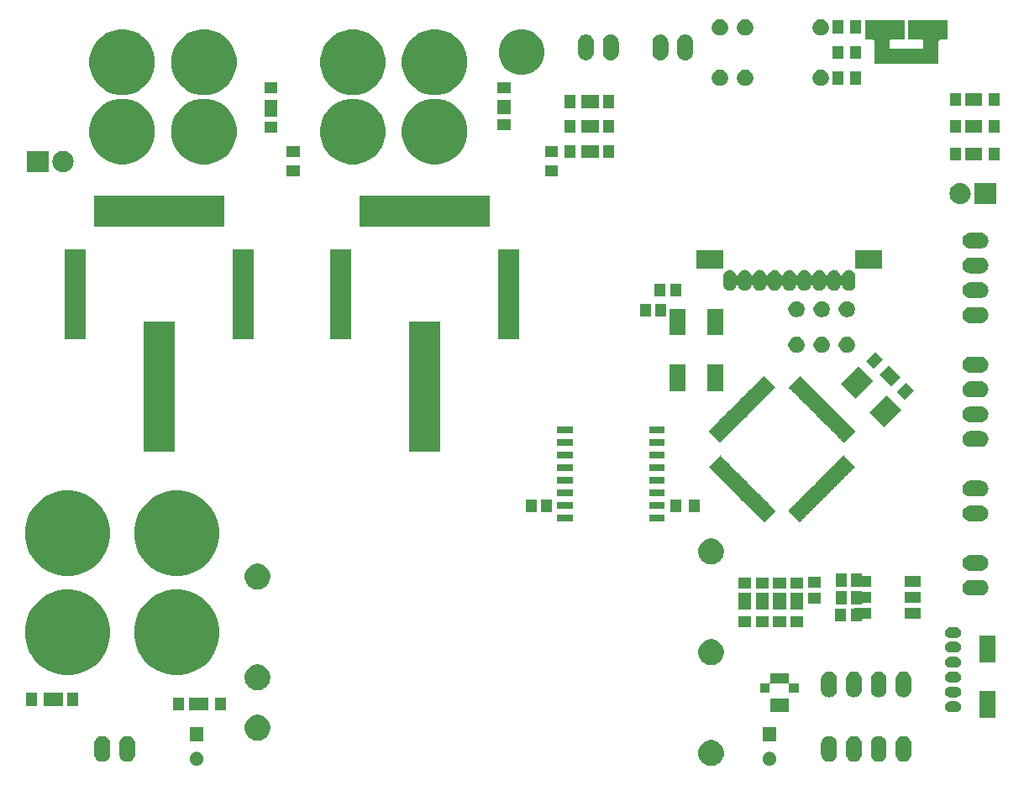
<source format=gbr>
G04 #@! TF.GenerationSoftware,KiCad,Pcbnew,(5.0.2)-1*
G04 #@! TF.CreationDate,2019-05-04T12:12:21+09:00*
G04 #@! TF.ProjectId,Electrocity_Manager,456c6563-7472-46f6-9369-74795f4d616e,rev?*
G04 #@! TF.SameCoordinates,Original*
G04 #@! TF.FileFunction,Soldermask,Top*
G04 #@! TF.FilePolarity,Negative*
%FSLAX46Y46*%
G04 Gerber Fmt 4.6, Leading zero omitted, Abs format (unit mm)*
G04 Created by KiCad (PCBNEW (5.0.2)-1) date 2019/05/04 12:12:21*
%MOMM*%
%LPD*%
G01*
G04 APERTURE LIST*
%ADD10C,0.100000*%
G04 APERTURE END LIST*
D10*
G36*
X118489485Y-170908996D02*
X118489487Y-170908997D01*
X118489488Y-170908997D01*
X118590892Y-170951000D01*
X118726255Y-171007069D01*
X118939342Y-171149449D01*
X119120551Y-171330658D01*
X119262931Y-171543745D01*
X119361004Y-171780515D01*
X119411000Y-172031861D01*
X119411000Y-172288139D01*
X119385179Y-172417951D01*
X119361003Y-172539488D01*
X119295691Y-172697165D01*
X119262931Y-172776255D01*
X119120551Y-172989342D01*
X118939342Y-173170551D01*
X118939339Y-173170553D01*
X118726255Y-173312931D01*
X118489488Y-173411003D01*
X118489487Y-173411003D01*
X118489485Y-173411004D01*
X118238139Y-173461000D01*
X117981861Y-173461000D01*
X117730515Y-173411004D01*
X117730513Y-173411003D01*
X117730512Y-173411003D01*
X117493745Y-173312931D01*
X117280661Y-173170553D01*
X117280658Y-173170551D01*
X117099449Y-172989342D01*
X116957069Y-172776255D01*
X116924309Y-172697165D01*
X116858997Y-172539488D01*
X116834822Y-172417951D01*
X116809000Y-172288139D01*
X116809000Y-172031861D01*
X116858996Y-171780515D01*
X116957069Y-171543745D01*
X117099449Y-171330658D01*
X117280658Y-171149449D01*
X117493745Y-171007069D01*
X117629108Y-170951000D01*
X117730512Y-170908997D01*
X117730513Y-170908997D01*
X117730515Y-170908996D01*
X117981861Y-170859000D01*
X118238139Y-170859000D01*
X118489485Y-170908996D01*
X118489485Y-170908996D01*
G37*
G36*
X124204472Y-172075938D02*
X124332049Y-172128782D01*
X124446865Y-172205500D01*
X124544500Y-172303135D01*
X124621218Y-172417951D01*
X124674062Y-172545528D01*
X124701000Y-172680956D01*
X124701000Y-172819044D01*
X124674062Y-172954472D01*
X124621218Y-173082049D01*
X124544500Y-173196865D01*
X124446865Y-173294500D01*
X124332049Y-173371218D01*
X124204472Y-173424062D01*
X124069044Y-173451000D01*
X123930956Y-173451000D01*
X123795528Y-173424062D01*
X123667951Y-173371218D01*
X123553135Y-173294500D01*
X123455500Y-173196865D01*
X123378782Y-173082049D01*
X123325938Y-172954472D01*
X123299000Y-172819044D01*
X123299000Y-172680956D01*
X123325938Y-172545528D01*
X123378782Y-172417951D01*
X123455500Y-172303135D01*
X123553135Y-172205500D01*
X123667951Y-172128782D01*
X123795528Y-172075938D01*
X123930956Y-172049000D01*
X124069044Y-172049000D01*
X124204472Y-172075938D01*
X124204472Y-172075938D01*
G37*
G36*
X66454472Y-172075938D02*
X66582049Y-172128782D01*
X66696865Y-172205500D01*
X66794500Y-172303135D01*
X66871218Y-172417951D01*
X66924062Y-172545528D01*
X66951000Y-172680956D01*
X66951000Y-172819044D01*
X66924062Y-172954472D01*
X66871218Y-173082049D01*
X66794500Y-173196865D01*
X66696865Y-173294500D01*
X66582049Y-173371218D01*
X66454472Y-173424062D01*
X66319044Y-173451000D01*
X66180956Y-173451000D01*
X66045528Y-173424062D01*
X65917951Y-173371218D01*
X65803135Y-173294500D01*
X65705500Y-173196865D01*
X65628782Y-173082049D01*
X65575938Y-172954472D01*
X65549000Y-172819044D01*
X65549000Y-172680956D01*
X65575938Y-172545528D01*
X65628782Y-172417951D01*
X65705500Y-172303135D01*
X65803135Y-172205500D01*
X65917951Y-172128782D01*
X66045528Y-172075938D01*
X66180956Y-172049000D01*
X66319044Y-172049000D01*
X66454472Y-172075938D01*
X66454472Y-172075938D01*
G37*
G36*
X132657024Y-170460590D02*
X132808011Y-170506392D01*
X132947161Y-170580768D01*
X133007822Y-170630551D01*
X133069133Y-170680867D01*
X133069134Y-170680869D01*
X133069136Y-170680870D01*
X133169230Y-170802835D01*
X133243608Y-170941988D01*
X133289410Y-171092975D01*
X133301000Y-171210654D01*
X133301000Y-172289346D01*
X133289410Y-172407025D01*
X133243608Y-172558012D01*
X133169230Y-172697165D01*
X133069133Y-172819133D01*
X132947165Y-172919230D01*
X132808012Y-172993608D01*
X132657025Y-173039410D01*
X132500000Y-173054875D01*
X132342976Y-173039410D01*
X132191989Y-172993608D01*
X132052836Y-172919230D01*
X131930868Y-172819133D01*
X131830771Y-172697165D01*
X131756393Y-172558012D01*
X131710591Y-172407025D01*
X131699001Y-172289346D01*
X131699000Y-171210655D01*
X131710590Y-171092976D01*
X131756392Y-170941989D01*
X131830768Y-170802839D01*
X131930865Y-170680870D01*
X131930867Y-170680867D01*
X131930869Y-170680866D01*
X131930870Y-170680864D01*
X132052835Y-170580770D01*
X132191988Y-170506392D01*
X132342975Y-170460590D01*
X132500000Y-170445125D01*
X132657024Y-170460590D01*
X132657024Y-170460590D01*
G37*
G36*
X130157024Y-170460590D02*
X130308011Y-170506392D01*
X130447161Y-170580768D01*
X130507822Y-170630551D01*
X130569133Y-170680867D01*
X130569134Y-170680869D01*
X130569136Y-170680870D01*
X130669230Y-170802835D01*
X130743608Y-170941988D01*
X130789410Y-171092975D01*
X130801000Y-171210654D01*
X130801000Y-172289346D01*
X130789410Y-172407025D01*
X130743608Y-172558012D01*
X130669230Y-172697165D01*
X130569133Y-172819133D01*
X130447165Y-172919230D01*
X130308012Y-172993608D01*
X130157025Y-173039410D01*
X130000000Y-173054875D01*
X129842976Y-173039410D01*
X129691989Y-172993608D01*
X129552836Y-172919230D01*
X129430868Y-172819133D01*
X129330771Y-172697165D01*
X129256393Y-172558012D01*
X129210591Y-172407025D01*
X129199001Y-172289346D01*
X129199000Y-171210655D01*
X129210590Y-171092976D01*
X129256392Y-170941989D01*
X129330768Y-170802839D01*
X129430865Y-170680870D01*
X129430867Y-170680867D01*
X129430869Y-170680866D01*
X129430870Y-170680864D01*
X129552835Y-170580770D01*
X129691988Y-170506392D01*
X129842975Y-170460590D01*
X130000000Y-170445125D01*
X130157024Y-170460590D01*
X130157024Y-170460590D01*
G37*
G36*
X135157024Y-170460590D02*
X135308011Y-170506392D01*
X135447161Y-170580768D01*
X135507822Y-170630551D01*
X135569133Y-170680867D01*
X135569134Y-170680869D01*
X135569136Y-170680870D01*
X135669230Y-170802835D01*
X135743608Y-170941988D01*
X135789410Y-171092975D01*
X135801000Y-171210654D01*
X135801000Y-172289346D01*
X135789410Y-172407025D01*
X135743608Y-172558012D01*
X135669230Y-172697165D01*
X135569133Y-172819133D01*
X135447165Y-172919230D01*
X135308012Y-172993608D01*
X135157025Y-173039410D01*
X135000000Y-173054875D01*
X134842976Y-173039410D01*
X134691989Y-172993608D01*
X134552836Y-172919230D01*
X134430868Y-172819133D01*
X134330771Y-172697165D01*
X134256393Y-172558012D01*
X134210591Y-172407025D01*
X134199001Y-172289346D01*
X134199000Y-171210655D01*
X134210590Y-171092976D01*
X134256392Y-170941989D01*
X134330768Y-170802839D01*
X134430865Y-170680870D01*
X134430867Y-170680867D01*
X134430869Y-170680866D01*
X134430870Y-170680864D01*
X134552835Y-170580770D01*
X134691988Y-170506392D01*
X134842975Y-170460590D01*
X135000000Y-170445125D01*
X135157024Y-170460590D01*
X135157024Y-170460590D01*
G37*
G36*
X59407025Y-170460590D02*
X59558012Y-170506392D01*
X59697165Y-170580770D01*
X59819133Y-170680867D01*
X59919230Y-170802835D01*
X59993608Y-170941988D01*
X60039410Y-171092975D01*
X60051000Y-171210654D01*
X60051000Y-172289346D01*
X60039410Y-172407025D01*
X59993608Y-172558012D01*
X59919230Y-172697165D01*
X59819136Y-172819130D01*
X59819134Y-172819131D01*
X59819133Y-172819133D01*
X59819129Y-172819136D01*
X59697161Y-172919232D01*
X59558011Y-172993608D01*
X59407024Y-173039410D01*
X59250000Y-173054875D01*
X59092975Y-173039410D01*
X58941988Y-172993608D01*
X58802835Y-172919230D01*
X58680870Y-172819136D01*
X58680869Y-172819134D01*
X58680867Y-172819133D01*
X58630819Y-172758148D01*
X58580768Y-172697161D01*
X58506392Y-172558011D01*
X58460590Y-172407024D01*
X58449000Y-172289345D01*
X58449001Y-171210654D01*
X58460591Y-171092975D01*
X58506393Y-170941988D01*
X58580771Y-170802835D01*
X58680868Y-170680867D01*
X58802836Y-170580770D01*
X58941989Y-170506392D01*
X59092976Y-170460590D01*
X59250000Y-170445125D01*
X59407025Y-170460590D01*
X59407025Y-170460590D01*
G37*
G36*
X137657024Y-170460590D02*
X137808011Y-170506392D01*
X137947161Y-170580768D01*
X138007822Y-170630551D01*
X138069133Y-170680867D01*
X138069134Y-170680869D01*
X138069136Y-170680870D01*
X138169230Y-170802835D01*
X138243608Y-170941988D01*
X138289410Y-171092975D01*
X138301000Y-171210654D01*
X138301000Y-172289346D01*
X138289410Y-172407025D01*
X138243608Y-172558012D01*
X138169230Y-172697165D01*
X138069133Y-172819133D01*
X137947165Y-172919230D01*
X137808012Y-172993608D01*
X137657025Y-173039410D01*
X137500000Y-173054875D01*
X137342976Y-173039410D01*
X137191989Y-172993608D01*
X137052836Y-172919230D01*
X136930868Y-172819133D01*
X136830771Y-172697165D01*
X136756393Y-172558012D01*
X136710591Y-172407025D01*
X136699001Y-172289346D01*
X136699000Y-171210655D01*
X136710590Y-171092976D01*
X136756392Y-170941989D01*
X136830768Y-170802839D01*
X136930865Y-170680870D01*
X136930867Y-170680867D01*
X136930869Y-170680866D01*
X136930870Y-170680864D01*
X137052835Y-170580770D01*
X137191988Y-170506392D01*
X137342975Y-170460590D01*
X137500000Y-170445125D01*
X137657024Y-170460590D01*
X137657024Y-170460590D01*
G37*
G36*
X56907025Y-170460590D02*
X57058012Y-170506392D01*
X57197165Y-170580770D01*
X57319133Y-170680867D01*
X57419230Y-170802835D01*
X57493608Y-170941988D01*
X57539410Y-171092975D01*
X57551000Y-171210654D01*
X57551000Y-172289346D01*
X57539410Y-172407025D01*
X57493608Y-172558012D01*
X57419230Y-172697165D01*
X57319136Y-172819130D01*
X57319134Y-172819131D01*
X57319133Y-172819133D01*
X57319129Y-172819136D01*
X57197161Y-172919232D01*
X57058011Y-172993608D01*
X56907024Y-173039410D01*
X56750000Y-173054875D01*
X56592975Y-173039410D01*
X56441988Y-172993608D01*
X56302835Y-172919230D01*
X56180870Y-172819136D01*
X56180869Y-172819134D01*
X56180867Y-172819133D01*
X56130819Y-172758148D01*
X56080768Y-172697161D01*
X56006392Y-172558011D01*
X55960590Y-172407024D01*
X55949000Y-172289345D01*
X55949001Y-171210654D01*
X55960591Y-171092975D01*
X56006393Y-170941988D01*
X56080771Y-170802835D01*
X56180868Y-170680867D01*
X56302836Y-170580770D01*
X56441989Y-170506392D01*
X56592976Y-170460590D01*
X56750000Y-170445125D01*
X56907025Y-170460590D01*
X56907025Y-170460590D01*
G37*
G36*
X66951000Y-170951000D02*
X65549000Y-170951000D01*
X65549000Y-169549000D01*
X66951000Y-169549000D01*
X66951000Y-170951000D01*
X66951000Y-170951000D01*
G37*
G36*
X124701000Y-170951000D02*
X123299000Y-170951000D01*
X123299000Y-169549000D01*
X124701000Y-169549000D01*
X124701000Y-170951000D01*
X124701000Y-170951000D01*
G37*
G36*
X72769485Y-168368996D02*
X72769487Y-168368997D01*
X72769488Y-168368997D01*
X73006255Y-168467069D01*
X73219342Y-168609449D01*
X73400551Y-168790658D01*
X73542931Y-169003745D01*
X73641004Y-169240515D01*
X73691000Y-169491861D01*
X73691000Y-169748139D01*
X73641004Y-169999485D01*
X73542931Y-170236255D01*
X73400551Y-170449342D01*
X73219342Y-170630551D01*
X73219339Y-170630553D01*
X73006255Y-170772931D01*
X72769488Y-170871003D01*
X72769487Y-170871003D01*
X72769485Y-170871004D01*
X72518139Y-170921000D01*
X72261861Y-170921000D01*
X72010515Y-170871004D01*
X72010513Y-170871003D01*
X72010512Y-170871003D01*
X71773745Y-170772931D01*
X71560661Y-170630553D01*
X71560658Y-170630551D01*
X71379449Y-170449342D01*
X71237069Y-170236255D01*
X71138996Y-169999485D01*
X71089000Y-169748139D01*
X71089000Y-169491861D01*
X71138996Y-169240515D01*
X71237069Y-169003745D01*
X71379449Y-168790658D01*
X71560658Y-168609449D01*
X71773745Y-168467069D01*
X72010512Y-168368997D01*
X72010513Y-168368997D01*
X72010515Y-168368996D01*
X72261861Y-168319000D01*
X72518139Y-168319000D01*
X72769485Y-168368996D01*
X72769485Y-168368996D01*
G37*
G36*
X146801000Y-168651000D02*
X145199000Y-168651000D01*
X145199000Y-165949000D01*
X146801000Y-165949000D01*
X146801000Y-168651000D01*
X146801000Y-168651000D01*
G37*
G36*
X125951000Y-168051000D02*
X124049000Y-168051000D01*
X124049000Y-166649000D01*
X125951000Y-166649000D01*
X125951000Y-168051000D01*
X125951000Y-168051000D01*
G37*
G36*
X142870015Y-166956973D02*
X142973879Y-166988479D01*
X143069600Y-167039644D01*
X143153501Y-167108499D01*
X143222356Y-167192400D01*
X143273521Y-167288121D01*
X143305027Y-167391985D01*
X143315666Y-167500000D01*
X143305027Y-167608015D01*
X143273521Y-167711879D01*
X143222356Y-167807600D01*
X143153501Y-167891501D01*
X143069600Y-167960356D01*
X142973879Y-168011521D01*
X142870015Y-168043027D01*
X142789067Y-168051000D01*
X142210933Y-168051000D01*
X142129985Y-168043027D01*
X142026121Y-168011521D01*
X141930400Y-167960356D01*
X141846499Y-167891501D01*
X141777644Y-167807600D01*
X141726479Y-167711879D01*
X141694973Y-167608015D01*
X141684334Y-167500000D01*
X141694973Y-167391985D01*
X141726479Y-167288121D01*
X141777644Y-167192400D01*
X141846499Y-167108499D01*
X141930400Y-167039644D01*
X142026121Y-166988479D01*
X142129985Y-166956973D01*
X142210933Y-166949000D01*
X142789067Y-166949000D01*
X142870015Y-166956973D01*
X142870015Y-166956973D01*
G37*
G36*
X67421000Y-167901000D02*
X65479000Y-167901000D01*
X65479000Y-166599000D01*
X67421000Y-166599000D01*
X67421000Y-167901000D01*
X67421000Y-167901000D01*
G37*
G36*
X65021000Y-167901000D02*
X63919000Y-167901000D01*
X63919000Y-166599000D01*
X65021000Y-166599000D01*
X65021000Y-167901000D01*
X65021000Y-167901000D01*
G37*
G36*
X69181000Y-167901000D02*
X68079000Y-167901000D01*
X68079000Y-166599000D01*
X69181000Y-166599000D01*
X69181000Y-167901000D01*
X69181000Y-167901000D01*
G37*
G36*
X54331000Y-167401000D02*
X53229000Y-167401000D01*
X53229000Y-166099000D01*
X54331000Y-166099000D01*
X54331000Y-167401000D01*
X54331000Y-167401000D01*
G37*
G36*
X50171000Y-167401000D02*
X49069000Y-167401000D01*
X49069000Y-166099000D01*
X50171000Y-166099000D01*
X50171000Y-167401000D01*
X50171000Y-167401000D01*
G37*
G36*
X52771000Y-167401000D02*
X50829000Y-167401000D01*
X50829000Y-166099000D01*
X52771000Y-166099000D01*
X52771000Y-167401000D01*
X52771000Y-167401000D01*
G37*
G36*
X137657025Y-163960590D02*
X137808012Y-164006392D01*
X137947165Y-164080770D01*
X138069133Y-164180867D01*
X138169230Y-164302835D01*
X138243608Y-164441988D01*
X138289410Y-164592975D01*
X138301000Y-164710654D01*
X138301000Y-165789346D01*
X138289410Y-165907025D01*
X138243608Y-166058012D01*
X138169230Y-166197165D01*
X138069136Y-166319130D01*
X138069134Y-166319131D01*
X138069133Y-166319133D01*
X138069129Y-166319136D01*
X137947161Y-166419232D01*
X137808011Y-166493608D01*
X137657024Y-166539410D01*
X137500000Y-166554875D01*
X137342975Y-166539410D01*
X137191988Y-166493608D01*
X137052835Y-166419230D01*
X136930870Y-166319136D01*
X136930869Y-166319134D01*
X136930867Y-166319133D01*
X136842847Y-166211879D01*
X136830768Y-166197161D01*
X136756392Y-166058011D01*
X136710590Y-165907024D01*
X136699000Y-165789345D01*
X136699001Y-164710654D01*
X136710591Y-164592975D01*
X136756393Y-164441988D01*
X136830771Y-164302835D01*
X136930868Y-164180867D01*
X137052836Y-164080770D01*
X137191989Y-164006392D01*
X137342976Y-163960590D01*
X137500000Y-163945125D01*
X137657025Y-163960590D01*
X137657025Y-163960590D01*
G37*
G36*
X130157025Y-163960590D02*
X130308012Y-164006392D01*
X130447165Y-164080770D01*
X130569133Y-164180867D01*
X130669230Y-164302835D01*
X130743608Y-164441988D01*
X130789410Y-164592975D01*
X130801000Y-164710654D01*
X130801000Y-165789346D01*
X130789410Y-165907025D01*
X130743608Y-166058012D01*
X130669230Y-166197165D01*
X130569136Y-166319130D01*
X130569134Y-166319131D01*
X130569133Y-166319133D01*
X130569129Y-166319136D01*
X130447161Y-166419232D01*
X130308011Y-166493608D01*
X130157024Y-166539410D01*
X130000000Y-166554875D01*
X129842975Y-166539410D01*
X129691988Y-166493608D01*
X129552835Y-166419230D01*
X129430870Y-166319136D01*
X129430869Y-166319134D01*
X129430867Y-166319133D01*
X129342847Y-166211879D01*
X129330768Y-166197161D01*
X129256392Y-166058011D01*
X129210590Y-165907024D01*
X129199000Y-165789345D01*
X129199001Y-164710654D01*
X129210591Y-164592975D01*
X129256393Y-164441988D01*
X129330771Y-164302835D01*
X129430868Y-164180867D01*
X129552836Y-164080770D01*
X129691989Y-164006392D01*
X129842976Y-163960590D01*
X130000000Y-163945125D01*
X130157025Y-163960590D01*
X130157025Y-163960590D01*
G37*
G36*
X132657025Y-163960590D02*
X132808012Y-164006392D01*
X132947165Y-164080770D01*
X133069133Y-164180867D01*
X133169230Y-164302835D01*
X133243608Y-164441988D01*
X133289410Y-164592975D01*
X133301000Y-164710654D01*
X133301000Y-165789346D01*
X133289410Y-165907025D01*
X133243608Y-166058012D01*
X133169230Y-166197165D01*
X133069136Y-166319130D01*
X133069134Y-166319131D01*
X133069133Y-166319133D01*
X133069129Y-166319136D01*
X132947161Y-166419232D01*
X132808011Y-166493608D01*
X132657024Y-166539410D01*
X132500000Y-166554875D01*
X132342975Y-166539410D01*
X132191988Y-166493608D01*
X132052835Y-166419230D01*
X131930870Y-166319136D01*
X131930869Y-166319134D01*
X131930867Y-166319133D01*
X131842847Y-166211879D01*
X131830768Y-166197161D01*
X131756392Y-166058011D01*
X131710590Y-165907024D01*
X131699000Y-165789345D01*
X131699001Y-164710654D01*
X131710591Y-164592975D01*
X131756393Y-164441988D01*
X131830771Y-164302835D01*
X131930868Y-164180867D01*
X132052836Y-164080770D01*
X132191989Y-164006392D01*
X132342976Y-163960590D01*
X132500000Y-163945125D01*
X132657025Y-163960590D01*
X132657025Y-163960590D01*
G37*
G36*
X135157025Y-163960590D02*
X135308012Y-164006392D01*
X135447165Y-164080770D01*
X135569133Y-164180867D01*
X135669230Y-164302835D01*
X135743608Y-164441988D01*
X135789410Y-164592975D01*
X135801000Y-164710654D01*
X135801000Y-165789346D01*
X135789410Y-165907025D01*
X135743608Y-166058012D01*
X135669230Y-166197165D01*
X135569136Y-166319130D01*
X135569134Y-166319131D01*
X135569133Y-166319133D01*
X135569129Y-166319136D01*
X135447161Y-166419232D01*
X135308011Y-166493608D01*
X135157024Y-166539410D01*
X135000000Y-166554875D01*
X134842975Y-166539410D01*
X134691988Y-166493608D01*
X134552835Y-166419230D01*
X134430870Y-166319136D01*
X134430869Y-166319134D01*
X134430867Y-166319133D01*
X134342847Y-166211879D01*
X134330768Y-166197161D01*
X134256392Y-166058011D01*
X134210590Y-165907024D01*
X134199000Y-165789345D01*
X134199001Y-164710654D01*
X134210591Y-164592975D01*
X134256393Y-164441988D01*
X134330771Y-164302835D01*
X134430868Y-164180867D01*
X134552836Y-164080770D01*
X134691989Y-164006392D01*
X134842976Y-163960590D01*
X135000000Y-163945125D01*
X135157025Y-163960590D01*
X135157025Y-163960590D01*
G37*
G36*
X142870015Y-165456973D02*
X142973879Y-165488479D01*
X143069600Y-165539644D01*
X143153501Y-165608499D01*
X143222356Y-165692400D01*
X143273521Y-165788121D01*
X143305027Y-165891985D01*
X143315666Y-166000000D01*
X143305027Y-166108015D01*
X143273521Y-166211879D01*
X143222356Y-166307600D01*
X143153501Y-166391501D01*
X143069600Y-166460356D01*
X142973879Y-166511521D01*
X142870015Y-166543027D01*
X142789067Y-166551000D01*
X142210933Y-166551000D01*
X142129985Y-166543027D01*
X142026121Y-166511521D01*
X141930400Y-166460356D01*
X141846499Y-166391501D01*
X141777644Y-166307600D01*
X141726479Y-166211879D01*
X141694973Y-166108015D01*
X141684334Y-166000000D01*
X141694973Y-165891985D01*
X141726479Y-165788121D01*
X141777644Y-165692400D01*
X141846499Y-165608499D01*
X141930400Y-165539644D01*
X142026121Y-165488479D01*
X142129985Y-165456973D01*
X142210933Y-165449000D01*
X142789067Y-165449000D01*
X142870015Y-165456973D01*
X142870015Y-165456973D01*
G37*
G36*
X125951000Y-165024000D02*
X125953402Y-165048386D01*
X125960515Y-165071835D01*
X125972066Y-165093446D01*
X125987612Y-165112388D01*
X126006554Y-165127934D01*
X126028165Y-165139485D01*
X126051614Y-165146598D01*
X126076000Y-165149000D01*
X126926000Y-165149000D01*
X126926000Y-166051000D01*
X125974000Y-166051000D01*
X125974000Y-165251000D01*
X125971598Y-165226614D01*
X125964485Y-165203165D01*
X125952934Y-165181554D01*
X125937388Y-165162612D01*
X125918446Y-165147066D01*
X125896835Y-165135515D01*
X125873386Y-165128402D01*
X125849000Y-165126000D01*
X124151000Y-165126000D01*
X124126614Y-165128402D01*
X124103165Y-165135515D01*
X124081554Y-165147066D01*
X124062612Y-165162612D01*
X124047066Y-165181554D01*
X124035515Y-165203165D01*
X124028402Y-165226614D01*
X124026000Y-165251000D01*
X124026000Y-166051000D01*
X123074000Y-166051000D01*
X123074000Y-165149000D01*
X123924000Y-165149000D01*
X123948386Y-165146598D01*
X123971835Y-165139485D01*
X123993446Y-165127934D01*
X124012388Y-165112388D01*
X124027934Y-165093446D01*
X124039485Y-165071835D01*
X124046598Y-165048386D01*
X124049000Y-165024000D01*
X124049000Y-164174000D01*
X125951000Y-164174000D01*
X125951000Y-165024000D01*
X125951000Y-165024000D01*
G37*
G36*
X72769485Y-163288996D02*
X72769487Y-163288997D01*
X72769488Y-163288997D01*
X73006255Y-163387069D01*
X73219342Y-163529449D01*
X73400551Y-163710658D01*
X73400553Y-163710661D01*
X73542931Y-163923745D01*
X73619459Y-164108499D01*
X73641004Y-164160515D01*
X73691000Y-164411861D01*
X73691000Y-164668139D01*
X73646571Y-164891500D01*
X73641003Y-164919488D01*
X73587612Y-165048386D01*
X73542931Y-165156255D01*
X73400551Y-165369342D01*
X73219342Y-165550551D01*
X73219339Y-165550553D01*
X73006255Y-165692931D01*
X72769488Y-165791003D01*
X72769487Y-165791003D01*
X72769485Y-165791004D01*
X72518139Y-165841000D01*
X72261861Y-165841000D01*
X72010515Y-165791004D01*
X72010513Y-165791003D01*
X72010512Y-165791003D01*
X71773745Y-165692931D01*
X71560661Y-165550553D01*
X71560658Y-165550551D01*
X71379449Y-165369342D01*
X71237069Y-165156255D01*
X71192388Y-165048386D01*
X71138997Y-164919488D01*
X71133430Y-164891500D01*
X71089000Y-164668139D01*
X71089000Y-164411861D01*
X71138996Y-164160515D01*
X71160542Y-164108499D01*
X71237069Y-163923745D01*
X71379447Y-163710661D01*
X71379449Y-163710658D01*
X71560658Y-163529449D01*
X71773745Y-163387069D01*
X72010512Y-163288997D01*
X72010513Y-163288997D01*
X72010515Y-163288996D01*
X72261861Y-163239000D01*
X72518139Y-163239000D01*
X72769485Y-163288996D01*
X72769485Y-163288996D01*
G37*
G36*
X142870015Y-163956973D02*
X142973879Y-163988479D01*
X143069600Y-164039644D01*
X143153501Y-164108499D01*
X143222356Y-164192400D01*
X143273521Y-164288121D01*
X143305027Y-164391985D01*
X143315666Y-164500000D01*
X143305027Y-164608015D01*
X143273521Y-164711879D01*
X143222356Y-164807600D01*
X143153501Y-164891501D01*
X143069600Y-164960356D01*
X142973879Y-165011521D01*
X142870015Y-165043027D01*
X142789067Y-165051000D01*
X142210933Y-165051000D01*
X142129985Y-165043027D01*
X142026121Y-165011521D01*
X141930400Y-164960356D01*
X141846499Y-164891501D01*
X141777644Y-164807600D01*
X141726479Y-164711879D01*
X141694973Y-164608015D01*
X141684334Y-164500000D01*
X141694973Y-164391985D01*
X141726479Y-164288121D01*
X141777644Y-164192400D01*
X141846499Y-164108499D01*
X141930400Y-164039644D01*
X142026121Y-163988479D01*
X142129985Y-163956973D01*
X142210933Y-163949000D01*
X142789067Y-163949000D01*
X142870015Y-163956973D01*
X142870015Y-163956973D01*
G37*
G36*
X54504555Y-155864284D02*
X55240759Y-156169230D01*
X55287288Y-156188503D01*
X55901640Y-156599000D01*
X55991731Y-156659197D01*
X56590803Y-157258269D01*
X56590805Y-157258272D01*
X56886627Y-157701000D01*
X57061498Y-157962714D01*
X57385716Y-158745445D01*
X57551000Y-159576387D01*
X57551000Y-160423613D01*
X57385716Y-161254555D01*
X57072170Y-162011521D01*
X57061497Y-162037288D01*
X57000792Y-162128139D01*
X56590803Y-162741731D01*
X55991731Y-163340803D01*
X55991728Y-163340805D01*
X55287288Y-163811497D01*
X55287287Y-163811498D01*
X55287286Y-163811498D01*
X54504555Y-164135716D01*
X53673613Y-164301000D01*
X52826387Y-164301000D01*
X51995445Y-164135716D01*
X51212714Y-163811498D01*
X51212713Y-163811498D01*
X51212712Y-163811497D01*
X50508272Y-163340805D01*
X50508269Y-163340803D01*
X49909197Y-162741731D01*
X49499208Y-162128139D01*
X49438503Y-162037288D01*
X49427830Y-162011521D01*
X49114284Y-161254555D01*
X48949000Y-160423613D01*
X48949000Y-159576387D01*
X49114284Y-158745445D01*
X49438502Y-157962714D01*
X49613374Y-157701000D01*
X49909195Y-157258272D01*
X49909197Y-157258269D01*
X50508269Y-156659197D01*
X50598360Y-156599000D01*
X51212712Y-156188503D01*
X51259241Y-156169230D01*
X51995445Y-155864284D01*
X52826387Y-155699000D01*
X53673613Y-155699000D01*
X54504555Y-155864284D01*
X54504555Y-155864284D01*
G37*
G36*
X65504555Y-155864284D02*
X66240759Y-156169230D01*
X66287288Y-156188503D01*
X66901640Y-156599000D01*
X66991731Y-156659197D01*
X67590803Y-157258269D01*
X67590805Y-157258272D01*
X67886627Y-157701000D01*
X68061498Y-157962714D01*
X68385716Y-158745445D01*
X68551000Y-159576387D01*
X68551000Y-160423613D01*
X68385716Y-161254555D01*
X68072170Y-162011521D01*
X68061497Y-162037288D01*
X68000792Y-162128139D01*
X67590803Y-162741731D01*
X66991731Y-163340803D01*
X66991728Y-163340805D01*
X66287288Y-163811497D01*
X66287287Y-163811498D01*
X66287286Y-163811498D01*
X65504555Y-164135716D01*
X64673613Y-164301000D01*
X63826387Y-164301000D01*
X62995445Y-164135716D01*
X62212714Y-163811498D01*
X62212713Y-163811498D01*
X62212712Y-163811497D01*
X61508272Y-163340805D01*
X61508269Y-163340803D01*
X60909197Y-162741731D01*
X60499208Y-162128139D01*
X60438503Y-162037288D01*
X60427830Y-162011521D01*
X60114284Y-161254555D01*
X59949000Y-160423613D01*
X59949000Y-159576387D01*
X60114284Y-158745445D01*
X60438502Y-157962714D01*
X60613374Y-157701000D01*
X60909195Y-157258272D01*
X60909197Y-157258269D01*
X61508269Y-156659197D01*
X61598360Y-156599000D01*
X62212712Y-156188503D01*
X62259241Y-156169230D01*
X62995445Y-155864284D01*
X63826387Y-155699000D01*
X64673613Y-155699000D01*
X65504555Y-155864284D01*
X65504555Y-155864284D01*
G37*
G36*
X142870015Y-162456973D02*
X142973879Y-162488479D01*
X143069600Y-162539644D01*
X143153501Y-162608499D01*
X143222356Y-162692400D01*
X143273521Y-162788121D01*
X143305027Y-162891985D01*
X143315666Y-163000000D01*
X143305027Y-163108015D01*
X143273521Y-163211879D01*
X143222356Y-163307600D01*
X143153501Y-163391501D01*
X143069600Y-163460356D01*
X142973879Y-163511521D01*
X142870015Y-163543027D01*
X142789067Y-163551000D01*
X142210933Y-163551000D01*
X142129985Y-163543027D01*
X142026121Y-163511521D01*
X141930400Y-163460356D01*
X141846499Y-163391501D01*
X141777644Y-163307600D01*
X141726479Y-163211879D01*
X141694973Y-163108015D01*
X141684334Y-163000000D01*
X141694973Y-162891985D01*
X141726479Y-162788121D01*
X141777644Y-162692400D01*
X141846499Y-162608499D01*
X141930400Y-162539644D01*
X142026121Y-162488479D01*
X142129985Y-162456973D01*
X142210933Y-162449000D01*
X142789067Y-162449000D01*
X142870015Y-162456973D01*
X142870015Y-162456973D01*
G37*
G36*
X118489485Y-160748996D02*
X118489487Y-160748997D01*
X118489488Y-160748997D01*
X118726255Y-160847069D01*
X118939342Y-160989449D01*
X119120551Y-161170658D01*
X119120553Y-161170661D01*
X119262931Y-161383745D01*
X119355827Y-161608015D01*
X119361004Y-161620515D01*
X119411000Y-161871861D01*
X119411000Y-162128139D01*
X119361004Y-162379485D01*
X119262931Y-162616255D01*
X119120551Y-162829342D01*
X118939342Y-163010551D01*
X118939339Y-163010553D01*
X118726255Y-163152931D01*
X118489488Y-163251003D01*
X118489487Y-163251003D01*
X118489485Y-163251004D01*
X118238139Y-163301000D01*
X117981861Y-163301000D01*
X117730515Y-163251004D01*
X117730513Y-163251003D01*
X117730512Y-163251003D01*
X117493745Y-163152931D01*
X117280661Y-163010553D01*
X117280658Y-163010551D01*
X117099449Y-162829342D01*
X116957069Y-162616255D01*
X116858996Y-162379485D01*
X116809000Y-162128139D01*
X116809000Y-161871861D01*
X116858996Y-161620515D01*
X116864174Y-161608015D01*
X116957069Y-161383745D01*
X117099447Y-161170661D01*
X117099449Y-161170658D01*
X117280658Y-160989449D01*
X117493745Y-160847069D01*
X117730512Y-160748997D01*
X117730513Y-160748997D01*
X117730515Y-160748996D01*
X117981861Y-160699000D01*
X118238139Y-160699000D01*
X118489485Y-160748996D01*
X118489485Y-160748996D01*
G37*
G36*
X146801000Y-163051000D02*
X145199000Y-163051000D01*
X145199000Y-160349000D01*
X146801000Y-160349000D01*
X146801000Y-163051000D01*
X146801000Y-163051000D01*
G37*
G36*
X142870015Y-160956973D02*
X142973879Y-160988479D01*
X143069600Y-161039644D01*
X143153501Y-161108499D01*
X143222356Y-161192400D01*
X143273521Y-161288121D01*
X143305027Y-161391985D01*
X143315666Y-161500000D01*
X143305027Y-161608015D01*
X143273521Y-161711879D01*
X143222356Y-161807600D01*
X143153501Y-161891501D01*
X143069600Y-161960356D01*
X142973879Y-162011521D01*
X142870015Y-162043027D01*
X142789067Y-162051000D01*
X142210933Y-162051000D01*
X142129985Y-162043027D01*
X142026121Y-162011521D01*
X141930400Y-161960356D01*
X141846499Y-161891501D01*
X141777644Y-161807600D01*
X141726479Y-161711879D01*
X141694973Y-161608015D01*
X141684334Y-161500000D01*
X141694973Y-161391985D01*
X141726479Y-161288121D01*
X141777644Y-161192400D01*
X141846499Y-161108499D01*
X141930400Y-161039644D01*
X142026121Y-160988479D01*
X142129985Y-160956973D01*
X142210933Y-160949000D01*
X142789067Y-160949000D01*
X142870015Y-160956973D01*
X142870015Y-160956973D01*
G37*
G36*
X142870015Y-159456973D02*
X142973879Y-159488479D01*
X143069600Y-159539644D01*
X143153501Y-159608499D01*
X143222356Y-159692400D01*
X143273521Y-159788121D01*
X143305027Y-159891985D01*
X143315666Y-160000000D01*
X143305027Y-160108015D01*
X143273521Y-160211879D01*
X143222356Y-160307600D01*
X143153501Y-160391501D01*
X143069600Y-160460356D01*
X142973879Y-160511521D01*
X142870015Y-160543027D01*
X142789067Y-160551000D01*
X142210933Y-160551000D01*
X142129985Y-160543027D01*
X142026121Y-160511521D01*
X141930400Y-160460356D01*
X141846499Y-160391501D01*
X141777644Y-160307600D01*
X141726479Y-160211879D01*
X141694973Y-160108015D01*
X141684334Y-160000000D01*
X141694973Y-159891985D01*
X141726479Y-159788121D01*
X141777644Y-159692400D01*
X141846499Y-159608499D01*
X141930400Y-159539644D01*
X142026121Y-159488479D01*
X142129985Y-159456973D01*
X142210933Y-159449000D01*
X142789067Y-159449000D01*
X142870015Y-159456973D01*
X142870015Y-159456973D01*
G37*
G36*
X123901000Y-159461000D02*
X122599000Y-159461000D01*
X122599000Y-158359000D01*
X123901000Y-158359000D01*
X123901000Y-159461000D01*
X123901000Y-159461000D01*
G37*
G36*
X127401000Y-159461000D02*
X126099000Y-159461000D01*
X126099000Y-158359000D01*
X127401000Y-158359000D01*
X127401000Y-159461000D01*
X127401000Y-159461000D01*
G37*
G36*
X125651000Y-159461000D02*
X124349000Y-159461000D01*
X124349000Y-158359000D01*
X125651000Y-158359000D01*
X125651000Y-159461000D01*
X125651000Y-159461000D01*
G37*
G36*
X122151000Y-159461000D02*
X120849000Y-159461000D01*
X120849000Y-158359000D01*
X122151000Y-158359000D01*
X122151000Y-159461000D01*
X122151000Y-159461000D01*
G37*
G36*
X131741000Y-158901000D02*
X130639000Y-158901000D01*
X130639000Y-157599000D01*
X131741000Y-157599000D01*
X131741000Y-158901000D01*
X131741000Y-158901000D01*
G37*
G36*
X134201000Y-158651000D02*
X133426000Y-158651000D01*
X133401614Y-158653402D01*
X133378165Y-158660515D01*
X133356554Y-158672066D01*
X133337612Y-158687612D01*
X133322066Y-158706554D01*
X133310515Y-158728165D01*
X133303402Y-158751614D01*
X133301000Y-158776000D01*
X133301000Y-158901000D01*
X132199000Y-158901000D01*
X132199000Y-157599000D01*
X132474000Y-157599000D01*
X132498386Y-157596598D01*
X132521835Y-157589485D01*
X132543446Y-157577934D01*
X132562388Y-157562388D01*
X132573376Y-157549000D01*
X134201000Y-157549000D01*
X134201000Y-158651000D01*
X134201000Y-158651000D01*
G37*
G36*
X139201000Y-158651000D02*
X137599000Y-158651000D01*
X137599000Y-157549000D01*
X139201000Y-157549000D01*
X139201000Y-158651000D01*
X139201000Y-158651000D01*
G37*
G36*
X127401000Y-157701000D02*
X126099000Y-157701000D01*
X126099000Y-156009000D01*
X127401000Y-156009000D01*
X127401000Y-157701000D01*
X127401000Y-157701000D01*
G37*
G36*
X125651000Y-157701000D02*
X124349000Y-157701000D01*
X124349000Y-156009000D01*
X125651000Y-156009000D01*
X125651000Y-157701000D01*
X125651000Y-157701000D01*
G37*
G36*
X123901000Y-157701000D02*
X122599000Y-157701000D01*
X122599000Y-156009000D01*
X123901000Y-156009000D01*
X123901000Y-157701000D01*
X123901000Y-157701000D01*
G37*
G36*
X122151000Y-157701000D02*
X120849000Y-157701000D01*
X120849000Y-156009000D01*
X122151000Y-156009000D01*
X122151000Y-157701000D01*
X122151000Y-157701000D01*
G37*
G36*
X133340515Y-155871835D02*
X133352066Y-155893446D01*
X133367612Y-155912388D01*
X133386554Y-155927934D01*
X133408165Y-155939485D01*
X133431614Y-155946598D01*
X133456000Y-155949000D01*
X134201000Y-155949000D01*
X134201000Y-157051000D01*
X133456000Y-157051000D01*
X133431614Y-157053402D01*
X133408165Y-157060515D01*
X133386554Y-157072066D01*
X133367612Y-157087612D01*
X133352066Y-157106554D01*
X133340515Y-157128165D01*
X133333588Y-157151000D01*
X132229000Y-157151000D01*
X132229000Y-155849000D01*
X133333588Y-155849000D01*
X133340515Y-155871835D01*
X133340515Y-155871835D01*
G37*
G36*
X131771000Y-157151000D02*
X130669000Y-157151000D01*
X130669000Y-155849000D01*
X131771000Y-155849000D01*
X131771000Y-157151000D01*
X131771000Y-157151000D01*
G37*
G36*
X129151000Y-157081000D02*
X127849000Y-157081000D01*
X127849000Y-155979000D01*
X129151000Y-155979000D01*
X129151000Y-157081000D01*
X129151000Y-157081000D01*
G37*
G36*
X139201000Y-157051000D02*
X137599000Y-157051000D01*
X137599000Y-155949000D01*
X139201000Y-155949000D01*
X139201000Y-157051000D01*
X139201000Y-157051000D01*
G37*
G36*
X145407025Y-154710590D02*
X145558012Y-154756392D01*
X145697165Y-154830770D01*
X145819133Y-154930867D01*
X145919230Y-155052835D01*
X145993608Y-155191988D01*
X146039410Y-155342975D01*
X146054875Y-155500000D01*
X146039410Y-155657025D01*
X145993608Y-155808012D01*
X145919230Y-155947165D01*
X145819133Y-156069133D01*
X145697165Y-156169230D01*
X145558012Y-156243608D01*
X145407025Y-156289410D01*
X145289346Y-156301000D01*
X144210654Y-156301000D01*
X144092975Y-156289410D01*
X143941988Y-156243608D01*
X143802835Y-156169230D01*
X143680867Y-156069133D01*
X143580770Y-155947165D01*
X143506392Y-155808012D01*
X143460590Y-155657025D01*
X143445125Y-155500000D01*
X143460590Y-155342975D01*
X143506392Y-155191988D01*
X143580770Y-155052835D01*
X143680867Y-154930867D01*
X143802835Y-154830770D01*
X143941988Y-154756392D01*
X144092975Y-154710590D01*
X144210654Y-154699000D01*
X145289346Y-154699000D01*
X145407025Y-154710590D01*
X145407025Y-154710590D01*
G37*
G36*
X72769485Y-153128996D02*
X72769487Y-153128997D01*
X72769488Y-153128997D01*
X73006255Y-153227069D01*
X73219342Y-153369449D01*
X73400551Y-153550658D01*
X73400553Y-153550661D01*
X73542931Y-153763745D01*
X73562711Y-153811497D01*
X73641004Y-154000515D01*
X73691000Y-154251861D01*
X73691000Y-154508139D01*
X73650730Y-154710590D01*
X73641003Y-154759488D01*
X73570016Y-154930867D01*
X73542931Y-154996255D01*
X73400551Y-155209342D01*
X73219342Y-155390551D01*
X73219339Y-155390553D01*
X73006255Y-155532931D01*
X72769488Y-155631003D01*
X72769487Y-155631003D01*
X72769485Y-155631004D01*
X72518139Y-155681000D01*
X72261861Y-155681000D01*
X72010515Y-155631004D01*
X72010513Y-155631003D01*
X72010512Y-155631003D01*
X71773745Y-155532931D01*
X71560661Y-155390553D01*
X71560658Y-155390551D01*
X71379449Y-155209342D01*
X71237069Y-154996255D01*
X71209984Y-154930867D01*
X71138997Y-154759488D01*
X71129271Y-154710590D01*
X71089000Y-154508139D01*
X71089000Y-154251861D01*
X71138996Y-154000515D01*
X71217290Y-153811497D01*
X71237069Y-153763745D01*
X71379447Y-153550661D01*
X71379449Y-153550658D01*
X71560658Y-153369449D01*
X71773745Y-153227069D01*
X72010512Y-153128997D01*
X72010513Y-153128997D01*
X72010515Y-153128996D01*
X72261861Y-153079000D01*
X72518139Y-153079000D01*
X72769485Y-153128996D01*
X72769485Y-153128996D01*
G37*
G36*
X122151000Y-155551000D02*
X120849000Y-155551000D01*
X120849000Y-154449000D01*
X122151000Y-154449000D01*
X122151000Y-155551000D01*
X122151000Y-155551000D01*
G37*
G36*
X125651000Y-155551000D02*
X124349000Y-155551000D01*
X124349000Y-154449000D01*
X125651000Y-154449000D01*
X125651000Y-155551000D01*
X125651000Y-155551000D01*
G37*
G36*
X123901000Y-155551000D02*
X122599000Y-155551000D01*
X122599000Y-154449000D01*
X123901000Y-154449000D01*
X123901000Y-155551000D01*
X123901000Y-155551000D01*
G37*
G36*
X127401000Y-155551000D02*
X126099000Y-155551000D01*
X126099000Y-154449000D01*
X127401000Y-154449000D01*
X127401000Y-155551000D01*
X127401000Y-155551000D01*
G37*
G36*
X129151000Y-155521000D02*
X127849000Y-155521000D01*
X127849000Y-154419000D01*
X129151000Y-154419000D01*
X129151000Y-155521000D01*
X129151000Y-155521000D01*
G37*
G36*
X133331000Y-154224000D02*
X133333402Y-154248386D01*
X133340515Y-154271835D01*
X133352066Y-154293446D01*
X133367612Y-154312388D01*
X133386554Y-154327934D01*
X133408165Y-154339485D01*
X133431614Y-154346598D01*
X133456000Y-154349000D01*
X134201000Y-154349000D01*
X134201000Y-155451000D01*
X132573376Y-155451000D01*
X132562388Y-155437612D01*
X132543446Y-155422066D01*
X132521835Y-155410515D01*
X132498386Y-155403402D01*
X132474000Y-155401000D01*
X132229000Y-155401000D01*
X132229000Y-154099000D01*
X133331000Y-154099000D01*
X133331000Y-154224000D01*
X133331000Y-154224000D01*
G37*
G36*
X139201000Y-155451000D02*
X137599000Y-155451000D01*
X137599000Y-154349000D01*
X139201000Y-154349000D01*
X139201000Y-155451000D01*
X139201000Y-155451000D01*
G37*
G36*
X131771000Y-155401000D02*
X130669000Y-155401000D01*
X130669000Y-154099000D01*
X131771000Y-154099000D01*
X131771000Y-155401000D01*
X131771000Y-155401000D01*
G37*
G36*
X54504555Y-145864284D02*
X55240759Y-146169230D01*
X55287288Y-146188503D01*
X55788740Y-146523563D01*
X55991731Y-146659197D01*
X56590803Y-147258269D01*
X56590805Y-147258272D01*
X57056446Y-147955152D01*
X57061498Y-147962714D01*
X57385716Y-148745445D01*
X57551000Y-149576387D01*
X57551000Y-150423613D01*
X57385716Y-151254555D01*
X57061498Y-152037286D01*
X56590803Y-152741731D01*
X55991731Y-153340803D01*
X55991728Y-153340805D01*
X55287288Y-153811497D01*
X55287287Y-153811498D01*
X55287286Y-153811498D01*
X54504555Y-154135716D01*
X53673613Y-154301000D01*
X52826387Y-154301000D01*
X51995445Y-154135716D01*
X51212714Y-153811498D01*
X51212713Y-153811498D01*
X51212712Y-153811497D01*
X50508272Y-153340805D01*
X50508269Y-153340803D01*
X49909197Y-152741731D01*
X49438502Y-152037286D01*
X49114284Y-151254555D01*
X48949000Y-150423613D01*
X48949000Y-149576387D01*
X49114284Y-148745445D01*
X49438502Y-147962714D01*
X49443555Y-147955152D01*
X49909195Y-147258272D01*
X49909197Y-147258269D01*
X50508269Y-146659197D01*
X50711260Y-146523563D01*
X51212712Y-146188503D01*
X51259241Y-146169230D01*
X51995445Y-145864284D01*
X52826387Y-145699000D01*
X53673613Y-145699000D01*
X54504555Y-145864284D01*
X54504555Y-145864284D01*
G37*
G36*
X65504555Y-145864284D02*
X66240759Y-146169230D01*
X66287288Y-146188503D01*
X66788740Y-146523563D01*
X66991731Y-146659197D01*
X67590803Y-147258269D01*
X67590805Y-147258272D01*
X68056446Y-147955152D01*
X68061498Y-147962714D01*
X68385716Y-148745445D01*
X68551000Y-149576387D01*
X68551000Y-150423613D01*
X68385716Y-151254555D01*
X68061498Y-152037286D01*
X67590803Y-152741731D01*
X66991731Y-153340803D01*
X66991728Y-153340805D01*
X66287288Y-153811497D01*
X66287287Y-153811498D01*
X66287286Y-153811498D01*
X65504555Y-154135716D01*
X64673613Y-154301000D01*
X63826387Y-154301000D01*
X62995445Y-154135716D01*
X62212714Y-153811498D01*
X62212713Y-153811498D01*
X62212712Y-153811497D01*
X61508272Y-153340805D01*
X61508269Y-153340803D01*
X60909197Y-152741731D01*
X60438502Y-152037286D01*
X60114284Y-151254555D01*
X59949000Y-150423613D01*
X59949000Y-149576387D01*
X60114284Y-148745445D01*
X60438502Y-147962714D01*
X60443555Y-147955152D01*
X60909195Y-147258272D01*
X60909197Y-147258269D01*
X61508269Y-146659197D01*
X61711260Y-146523563D01*
X62212712Y-146188503D01*
X62259241Y-146169230D01*
X62995445Y-145864284D01*
X63826387Y-145699000D01*
X64673613Y-145699000D01*
X65504555Y-145864284D01*
X65504555Y-145864284D01*
G37*
G36*
X145407025Y-152210590D02*
X145558012Y-152256392D01*
X145697165Y-152330770D01*
X145819133Y-152430867D01*
X145919230Y-152552835D01*
X145993608Y-152691988D01*
X146039410Y-152842975D01*
X146054875Y-153000000D01*
X146039410Y-153157025D01*
X145993608Y-153308012D01*
X145919230Y-153447165D01*
X145819133Y-153569133D01*
X145697165Y-153669230D01*
X145558012Y-153743608D01*
X145407025Y-153789410D01*
X145289346Y-153801000D01*
X144210654Y-153801000D01*
X144092975Y-153789410D01*
X143941988Y-153743608D01*
X143802835Y-153669230D01*
X143680867Y-153569133D01*
X143580770Y-153447165D01*
X143506392Y-153308012D01*
X143460590Y-153157025D01*
X143445125Y-153000000D01*
X143460590Y-152842975D01*
X143506392Y-152691988D01*
X143580770Y-152552835D01*
X143680867Y-152430867D01*
X143802835Y-152330770D01*
X143941988Y-152256392D01*
X144092975Y-152210590D01*
X144210654Y-152199000D01*
X145289346Y-152199000D01*
X145407025Y-152210590D01*
X145407025Y-152210590D01*
G37*
G36*
X118489485Y-150588996D02*
X118489487Y-150588997D01*
X118489488Y-150588997D01*
X118726255Y-150687069D01*
X118939342Y-150829449D01*
X119120551Y-151010658D01*
X119262931Y-151223745D01*
X119361004Y-151460515D01*
X119411000Y-151711861D01*
X119411000Y-151968139D01*
X119365079Y-152199000D01*
X119361003Y-152219488D01*
X119314908Y-152330771D01*
X119262931Y-152456255D01*
X119120551Y-152669342D01*
X118939342Y-152850551D01*
X118939339Y-152850553D01*
X118726255Y-152992931D01*
X118489488Y-153091003D01*
X118489487Y-153091003D01*
X118489485Y-153091004D01*
X118238139Y-153141000D01*
X117981861Y-153141000D01*
X117730515Y-153091004D01*
X117730513Y-153091003D01*
X117730512Y-153091003D01*
X117493745Y-152992931D01*
X117280661Y-152850553D01*
X117280658Y-152850551D01*
X117099449Y-152669342D01*
X116957069Y-152456255D01*
X116905092Y-152330771D01*
X116858997Y-152219488D01*
X116854922Y-152199000D01*
X116809000Y-151968139D01*
X116809000Y-151711861D01*
X116858996Y-151460515D01*
X116957069Y-151223745D01*
X117099449Y-151010658D01*
X117280658Y-150829449D01*
X117493745Y-150687069D01*
X117730512Y-150588997D01*
X117730513Y-150588997D01*
X117730515Y-150588996D01*
X117981861Y-150539000D01*
X118238139Y-150539000D01*
X118489485Y-150588996D01*
X118489485Y-150588996D01*
G37*
G36*
X131479832Y-142152045D02*
X131486851Y-142154174D01*
X131493314Y-142157629D01*
X131503754Y-142166197D01*
X132609465Y-143271908D01*
X132618033Y-143282348D01*
X132621488Y-143288811D01*
X132623617Y-143295830D01*
X132624335Y-143303123D01*
X132623617Y-143310416D01*
X132621488Y-143317435D01*
X132618033Y-143323898D01*
X132609465Y-143334338D01*
X132387638Y-143556165D01*
X132377198Y-143564733D01*
X132370736Y-143568187D01*
X132355795Y-143572720D01*
X132333156Y-143582098D01*
X132312782Y-143595713D01*
X132295456Y-143613040D01*
X132281842Y-143633415D01*
X132272467Y-143656048D01*
X132267934Y-143670989D01*
X132264480Y-143677451D01*
X132255912Y-143687891D01*
X132034085Y-143909718D01*
X132023645Y-143918286D01*
X132017183Y-143921740D01*
X132002242Y-143926273D01*
X131979603Y-143935651D01*
X131959229Y-143949266D01*
X131941903Y-143966593D01*
X131928289Y-143986968D01*
X131918914Y-144009601D01*
X131914381Y-144024542D01*
X131910927Y-144031004D01*
X131902359Y-144041444D01*
X131680532Y-144263271D01*
X131670092Y-144271839D01*
X131663629Y-144275294D01*
X131648689Y-144279826D01*
X131626051Y-144289204D01*
X131605676Y-144302818D01*
X131588349Y-144320145D01*
X131574736Y-144340520D01*
X131565360Y-144363155D01*
X131560828Y-144378095D01*
X131557373Y-144384558D01*
X131548805Y-144394998D01*
X131326978Y-144616825D01*
X131316538Y-144625393D01*
X131310076Y-144628847D01*
X131295135Y-144633380D01*
X131272496Y-144642758D01*
X131252122Y-144656373D01*
X131234796Y-144673700D01*
X131221182Y-144694075D01*
X131211807Y-144716708D01*
X131207274Y-144731649D01*
X131203820Y-144738111D01*
X131195252Y-144748551D01*
X130973425Y-144970378D01*
X130962985Y-144978946D01*
X130956522Y-144982401D01*
X130941582Y-144986933D01*
X130918944Y-144996311D01*
X130898569Y-145009925D01*
X130881242Y-145027252D01*
X130867629Y-145047627D01*
X130858253Y-145070262D01*
X130853721Y-145085202D01*
X130850266Y-145091665D01*
X130841698Y-145102105D01*
X130619871Y-145323932D01*
X130609431Y-145332500D01*
X130602969Y-145335954D01*
X130588028Y-145340487D01*
X130565389Y-145349865D01*
X130545015Y-145363480D01*
X130527689Y-145380807D01*
X130514075Y-145401182D01*
X130504700Y-145423815D01*
X130500167Y-145438756D01*
X130496713Y-145445218D01*
X130488145Y-145455658D01*
X130266318Y-145677485D01*
X130255878Y-145686053D01*
X130249416Y-145689507D01*
X130234475Y-145694040D01*
X130211836Y-145703418D01*
X130191462Y-145717033D01*
X130174136Y-145734360D01*
X130160522Y-145754735D01*
X130151147Y-145777368D01*
X130146614Y-145792309D01*
X130143160Y-145798771D01*
X130134592Y-145809211D01*
X129912765Y-146031038D01*
X129902325Y-146039606D01*
X129895862Y-146043061D01*
X129880922Y-146047593D01*
X129858284Y-146056971D01*
X129837909Y-146070585D01*
X129820582Y-146087912D01*
X129806969Y-146108287D01*
X129797593Y-146130922D01*
X129793061Y-146145862D01*
X129789606Y-146152325D01*
X129781038Y-146162765D01*
X129559211Y-146384592D01*
X129548771Y-146393160D01*
X129542309Y-146396614D01*
X129527368Y-146401147D01*
X129504729Y-146410525D01*
X129484355Y-146424140D01*
X129467029Y-146441467D01*
X129453415Y-146461842D01*
X129444040Y-146484475D01*
X129439507Y-146499416D01*
X129436053Y-146505878D01*
X129427485Y-146516318D01*
X129205658Y-146738145D01*
X129195218Y-146746713D01*
X129188756Y-146750167D01*
X129173815Y-146754700D01*
X129151176Y-146764078D01*
X129130802Y-146777693D01*
X129113476Y-146795020D01*
X129099862Y-146815395D01*
X129090487Y-146838028D01*
X129085954Y-146852969D01*
X129082500Y-146859431D01*
X129073932Y-146869871D01*
X128852105Y-147091698D01*
X128841665Y-147100266D01*
X128835202Y-147103721D01*
X128820262Y-147108253D01*
X128797624Y-147117631D01*
X128777249Y-147131245D01*
X128759922Y-147148572D01*
X128746309Y-147168947D01*
X128736933Y-147191582D01*
X128732401Y-147206522D01*
X128728946Y-147212985D01*
X128720378Y-147223425D01*
X128498551Y-147445252D01*
X128488111Y-147453820D01*
X128481649Y-147457274D01*
X128466708Y-147461807D01*
X128444069Y-147471185D01*
X128423695Y-147484800D01*
X128406369Y-147502127D01*
X128392755Y-147522502D01*
X128383380Y-147545135D01*
X128378847Y-147560076D01*
X128375393Y-147566538D01*
X128366825Y-147576978D01*
X128144998Y-147798805D01*
X128134558Y-147807373D01*
X128128095Y-147810828D01*
X128113155Y-147815360D01*
X128090517Y-147824738D01*
X128070142Y-147838352D01*
X128052815Y-147855679D01*
X128039202Y-147876054D01*
X128029826Y-147898689D01*
X128025294Y-147913629D01*
X128021839Y-147920092D01*
X128013271Y-147930532D01*
X127791444Y-148152359D01*
X127781004Y-148160927D01*
X127774542Y-148164381D01*
X127759601Y-148168914D01*
X127736962Y-148178292D01*
X127716588Y-148191907D01*
X127699262Y-148209234D01*
X127685648Y-148229609D01*
X127676273Y-148252242D01*
X127671740Y-148267183D01*
X127668286Y-148273645D01*
X127659718Y-148284085D01*
X127437891Y-148505912D01*
X127427451Y-148514480D01*
X127420989Y-148517934D01*
X127406048Y-148522467D01*
X127383409Y-148531845D01*
X127363035Y-148545460D01*
X127345709Y-148562787D01*
X127332095Y-148583162D01*
X127322720Y-148605795D01*
X127318187Y-148620736D01*
X127314733Y-148627198D01*
X127306165Y-148637638D01*
X127084338Y-148859465D01*
X127073898Y-148868033D01*
X127067435Y-148871488D01*
X127060416Y-148873617D01*
X127053123Y-148874335D01*
X127045830Y-148873617D01*
X127038811Y-148871488D01*
X127032348Y-148868033D01*
X127021908Y-148859465D01*
X125916197Y-147753754D01*
X125907629Y-147743314D01*
X125904174Y-147736851D01*
X125902045Y-147729832D01*
X125901327Y-147722539D01*
X125902045Y-147715246D01*
X125904174Y-147708227D01*
X125907629Y-147701764D01*
X125916197Y-147691324D01*
X126138024Y-147469497D01*
X126148464Y-147460929D01*
X126154926Y-147457475D01*
X126169867Y-147452942D01*
X126192506Y-147443564D01*
X126212880Y-147429949D01*
X126230206Y-147412622D01*
X126243820Y-147392247D01*
X126253195Y-147369614D01*
X126257728Y-147354673D01*
X126261182Y-147348211D01*
X126269750Y-147337771D01*
X126491577Y-147115944D01*
X126502017Y-147107376D01*
X126508479Y-147103922D01*
X126523420Y-147099389D01*
X126546059Y-147090011D01*
X126566433Y-147076396D01*
X126583759Y-147059069D01*
X126597373Y-147038694D01*
X126606748Y-147016061D01*
X126611281Y-147001120D01*
X126614735Y-146994658D01*
X126623303Y-146984218D01*
X126845130Y-146762391D01*
X126855570Y-146753823D01*
X126862033Y-146750368D01*
X126876973Y-146745836D01*
X126899611Y-146736458D01*
X126919986Y-146722844D01*
X126937313Y-146705517D01*
X126950926Y-146685142D01*
X126960302Y-146662507D01*
X126964834Y-146647567D01*
X126968289Y-146641104D01*
X126976857Y-146630664D01*
X127198684Y-146408837D01*
X127209124Y-146400269D01*
X127215586Y-146396815D01*
X127230527Y-146392282D01*
X127253166Y-146382904D01*
X127273540Y-146369289D01*
X127290866Y-146351962D01*
X127304480Y-146331587D01*
X127313855Y-146308954D01*
X127318388Y-146294013D01*
X127321842Y-146287551D01*
X127330410Y-146277111D01*
X127552237Y-146055284D01*
X127562677Y-146046716D01*
X127569140Y-146043261D01*
X127584080Y-146038729D01*
X127606718Y-146029351D01*
X127627093Y-146015737D01*
X127644420Y-145998410D01*
X127658033Y-145978035D01*
X127667409Y-145955400D01*
X127671941Y-145940460D01*
X127675396Y-145933997D01*
X127683964Y-145923557D01*
X127905791Y-145701730D01*
X127916231Y-145693162D01*
X127922693Y-145689708D01*
X127937634Y-145685175D01*
X127960273Y-145675797D01*
X127980647Y-145662182D01*
X127997973Y-145644855D01*
X128011587Y-145624480D01*
X128020962Y-145601847D01*
X128025495Y-145586906D01*
X128028949Y-145580444D01*
X128037517Y-145570004D01*
X128259344Y-145348177D01*
X128269784Y-145339609D01*
X128276246Y-145336155D01*
X128291187Y-145331622D01*
X128313826Y-145322244D01*
X128334200Y-145308629D01*
X128351526Y-145291302D01*
X128365140Y-145270927D01*
X128374515Y-145248294D01*
X128379048Y-145233353D01*
X128382502Y-145226891D01*
X128391070Y-145216451D01*
X128612897Y-144994624D01*
X128623337Y-144986056D01*
X128629800Y-144982601D01*
X128644740Y-144978069D01*
X128667378Y-144968691D01*
X128687753Y-144955077D01*
X128705080Y-144937750D01*
X128718693Y-144917375D01*
X128728069Y-144894740D01*
X128732601Y-144879800D01*
X128736056Y-144873337D01*
X128744624Y-144862897D01*
X128966451Y-144641070D01*
X128976891Y-144632502D01*
X128983353Y-144629048D01*
X128998294Y-144624515D01*
X129020933Y-144615137D01*
X129041307Y-144601522D01*
X129058633Y-144584195D01*
X129072247Y-144563820D01*
X129081622Y-144541187D01*
X129086155Y-144526246D01*
X129089609Y-144519784D01*
X129098177Y-144509344D01*
X129320004Y-144287517D01*
X129330444Y-144278949D01*
X129336906Y-144275495D01*
X129351847Y-144270962D01*
X129374486Y-144261584D01*
X129394860Y-144247969D01*
X129412186Y-144230642D01*
X129425800Y-144210267D01*
X129435175Y-144187634D01*
X129439708Y-144172693D01*
X129443162Y-144166231D01*
X129451730Y-144155791D01*
X129673557Y-143933964D01*
X129683997Y-143925396D01*
X129690460Y-143921941D01*
X129705400Y-143917409D01*
X129728038Y-143908031D01*
X129748413Y-143894417D01*
X129765740Y-143877090D01*
X129779353Y-143856715D01*
X129788729Y-143834080D01*
X129793261Y-143819140D01*
X129796716Y-143812677D01*
X129805284Y-143802237D01*
X130027111Y-143580410D01*
X130037551Y-143571842D01*
X130044013Y-143568388D01*
X130058954Y-143563855D01*
X130081593Y-143554477D01*
X130101967Y-143540862D01*
X130119293Y-143523535D01*
X130132907Y-143503160D01*
X130142282Y-143480527D01*
X130146815Y-143465586D01*
X130150269Y-143459124D01*
X130158837Y-143448684D01*
X130380664Y-143226857D01*
X130391104Y-143218289D01*
X130397567Y-143214834D01*
X130412507Y-143210302D01*
X130435145Y-143200924D01*
X130455520Y-143187310D01*
X130472847Y-143169983D01*
X130486460Y-143149608D01*
X130495836Y-143126973D01*
X130500368Y-143112033D01*
X130503823Y-143105570D01*
X130512391Y-143095130D01*
X130734218Y-142873303D01*
X130744658Y-142864735D01*
X130751120Y-142861281D01*
X130766061Y-142856748D01*
X130788700Y-142847370D01*
X130809074Y-142833755D01*
X130826400Y-142816428D01*
X130840014Y-142796053D01*
X130849389Y-142773420D01*
X130853922Y-142758479D01*
X130857376Y-142752017D01*
X130865944Y-142741577D01*
X131087771Y-142519750D01*
X131098211Y-142511182D01*
X131104673Y-142507728D01*
X131119614Y-142503195D01*
X131142253Y-142493817D01*
X131162627Y-142480202D01*
X131179953Y-142462875D01*
X131193567Y-142442500D01*
X131202942Y-142419867D01*
X131207475Y-142404926D01*
X131210929Y-142398464D01*
X131219497Y-142388024D01*
X131441324Y-142166197D01*
X131451764Y-142157629D01*
X131458227Y-142154174D01*
X131465246Y-142152045D01*
X131472539Y-142151327D01*
X131479832Y-142152045D01*
X131479832Y-142152045D01*
G37*
G36*
X119034754Y-142152045D02*
X119041773Y-142154174D01*
X119048236Y-142157629D01*
X119058676Y-142166197D01*
X119280503Y-142388024D01*
X119289071Y-142398464D01*
X119292525Y-142404926D01*
X119297058Y-142419867D01*
X119306436Y-142442506D01*
X119320051Y-142462880D01*
X119337378Y-142480206D01*
X119357753Y-142493820D01*
X119380386Y-142503195D01*
X119395327Y-142507728D01*
X119401789Y-142511182D01*
X119412229Y-142519750D01*
X119634056Y-142741577D01*
X119642624Y-142752017D01*
X119646078Y-142758479D01*
X119650611Y-142773420D01*
X119659989Y-142796059D01*
X119673604Y-142816433D01*
X119690931Y-142833759D01*
X119711306Y-142847373D01*
X119733939Y-142856748D01*
X119748880Y-142861281D01*
X119755342Y-142864735D01*
X119765782Y-142873303D01*
X119987609Y-143095130D01*
X119996177Y-143105570D01*
X119999632Y-143112033D01*
X120004164Y-143126973D01*
X120013542Y-143149611D01*
X120027156Y-143169986D01*
X120044483Y-143187313D01*
X120064858Y-143200926D01*
X120087493Y-143210302D01*
X120102433Y-143214834D01*
X120108896Y-143218289D01*
X120119336Y-143226857D01*
X120341163Y-143448684D01*
X120349731Y-143459124D01*
X120353185Y-143465586D01*
X120357718Y-143480527D01*
X120367096Y-143503166D01*
X120380711Y-143523540D01*
X120398038Y-143540866D01*
X120418413Y-143554480D01*
X120441046Y-143563855D01*
X120455987Y-143568388D01*
X120462449Y-143571842D01*
X120472889Y-143580410D01*
X120694716Y-143802237D01*
X120703284Y-143812677D01*
X120706739Y-143819140D01*
X120711271Y-143834080D01*
X120720649Y-143856718D01*
X120734263Y-143877093D01*
X120751590Y-143894420D01*
X120771965Y-143908033D01*
X120794600Y-143917409D01*
X120809540Y-143921941D01*
X120816003Y-143925396D01*
X120826443Y-143933964D01*
X121048270Y-144155791D01*
X121056838Y-144166231D01*
X121060292Y-144172693D01*
X121064825Y-144187634D01*
X121074203Y-144210273D01*
X121087818Y-144230647D01*
X121105145Y-144247973D01*
X121125520Y-144261587D01*
X121148153Y-144270962D01*
X121163094Y-144275495D01*
X121169556Y-144278949D01*
X121179996Y-144287517D01*
X121401823Y-144509344D01*
X121410391Y-144519784D01*
X121413845Y-144526246D01*
X121418378Y-144541187D01*
X121427756Y-144563826D01*
X121441371Y-144584200D01*
X121458698Y-144601526D01*
X121479073Y-144615140D01*
X121501706Y-144624515D01*
X121516647Y-144629048D01*
X121523109Y-144632502D01*
X121533549Y-144641070D01*
X121755376Y-144862897D01*
X121763944Y-144873337D01*
X121767399Y-144879800D01*
X121771931Y-144894740D01*
X121781309Y-144917378D01*
X121794923Y-144937753D01*
X121812250Y-144955080D01*
X121832625Y-144968693D01*
X121855260Y-144978069D01*
X121870200Y-144982601D01*
X121876663Y-144986056D01*
X121887103Y-144994624D01*
X122108930Y-145216451D01*
X122117498Y-145226891D01*
X122120952Y-145233353D01*
X122125485Y-145248294D01*
X122134863Y-145270933D01*
X122148478Y-145291307D01*
X122165805Y-145308633D01*
X122186180Y-145322247D01*
X122208813Y-145331622D01*
X122223754Y-145336155D01*
X122230216Y-145339609D01*
X122240656Y-145348177D01*
X122462483Y-145570004D01*
X122471051Y-145580444D01*
X122474505Y-145586906D01*
X122479038Y-145601847D01*
X122488416Y-145624486D01*
X122502031Y-145644860D01*
X122519358Y-145662186D01*
X122539733Y-145675800D01*
X122562366Y-145685175D01*
X122577307Y-145689708D01*
X122583769Y-145693162D01*
X122594209Y-145701730D01*
X122816036Y-145923557D01*
X122824604Y-145933997D01*
X122828059Y-145940460D01*
X122832591Y-145955400D01*
X122841969Y-145978038D01*
X122855583Y-145998413D01*
X122872910Y-146015740D01*
X122893285Y-146029353D01*
X122915920Y-146038729D01*
X122930860Y-146043261D01*
X122937323Y-146046716D01*
X122947763Y-146055284D01*
X123169590Y-146277111D01*
X123178158Y-146287551D01*
X123181612Y-146294013D01*
X123186145Y-146308954D01*
X123195523Y-146331593D01*
X123209138Y-146351967D01*
X123226465Y-146369293D01*
X123246840Y-146382907D01*
X123269473Y-146392282D01*
X123284414Y-146396815D01*
X123290876Y-146400269D01*
X123301316Y-146408837D01*
X123523143Y-146630664D01*
X123531711Y-146641104D01*
X123535166Y-146647567D01*
X123539698Y-146662507D01*
X123549076Y-146685145D01*
X123562690Y-146705520D01*
X123580017Y-146722847D01*
X123600392Y-146736460D01*
X123623027Y-146745836D01*
X123637967Y-146750368D01*
X123644430Y-146753823D01*
X123654870Y-146762391D01*
X123876697Y-146984218D01*
X123885265Y-146994658D01*
X123888719Y-147001120D01*
X123893252Y-147016061D01*
X123902630Y-147038700D01*
X123916245Y-147059074D01*
X123933572Y-147076400D01*
X123953947Y-147090014D01*
X123976580Y-147099389D01*
X123991521Y-147103922D01*
X123997983Y-147107376D01*
X124008423Y-147115944D01*
X124230250Y-147337771D01*
X124238818Y-147348211D01*
X124242272Y-147354673D01*
X124246805Y-147369614D01*
X124256183Y-147392253D01*
X124269798Y-147412627D01*
X124287125Y-147429953D01*
X124307500Y-147443567D01*
X124330133Y-147452942D01*
X124345074Y-147457475D01*
X124351536Y-147460929D01*
X124361976Y-147469497D01*
X124583803Y-147691324D01*
X124592371Y-147701764D01*
X124595826Y-147708227D01*
X124597955Y-147715246D01*
X124598673Y-147722539D01*
X124597955Y-147729832D01*
X124595826Y-147736851D01*
X124592371Y-147743314D01*
X124583803Y-147753754D01*
X123478092Y-148859465D01*
X123467652Y-148868033D01*
X123461189Y-148871488D01*
X123454170Y-148873617D01*
X123446877Y-148874335D01*
X123439584Y-148873617D01*
X123432565Y-148871488D01*
X123426102Y-148868033D01*
X123415662Y-148859465D01*
X123193835Y-148637638D01*
X123185267Y-148627198D01*
X123181813Y-148620736D01*
X123177280Y-148605795D01*
X123167902Y-148583156D01*
X123154287Y-148562782D01*
X123136960Y-148545456D01*
X123116585Y-148531842D01*
X123093952Y-148522467D01*
X123079011Y-148517934D01*
X123072549Y-148514480D01*
X123062109Y-148505912D01*
X122840282Y-148284085D01*
X122831714Y-148273645D01*
X122828260Y-148267183D01*
X122823727Y-148252242D01*
X122814349Y-148229603D01*
X122800734Y-148209229D01*
X122783407Y-148191903D01*
X122763032Y-148178289D01*
X122740399Y-148168914D01*
X122725458Y-148164381D01*
X122718996Y-148160927D01*
X122708556Y-148152359D01*
X122486729Y-147930532D01*
X122478161Y-147920092D01*
X122474706Y-147913629D01*
X122470174Y-147898689D01*
X122460796Y-147876051D01*
X122447182Y-147855676D01*
X122429855Y-147838349D01*
X122409480Y-147824736D01*
X122386845Y-147815360D01*
X122371905Y-147810828D01*
X122365442Y-147807373D01*
X122355002Y-147798805D01*
X122133175Y-147576978D01*
X122124607Y-147566538D01*
X122121153Y-147560076D01*
X122116620Y-147545135D01*
X122107242Y-147522496D01*
X122093627Y-147502122D01*
X122076300Y-147484796D01*
X122055925Y-147471182D01*
X122033292Y-147461807D01*
X122018351Y-147457274D01*
X122011889Y-147453820D01*
X122001449Y-147445252D01*
X121779622Y-147223425D01*
X121771054Y-147212985D01*
X121767599Y-147206522D01*
X121763067Y-147191582D01*
X121753689Y-147168944D01*
X121740075Y-147148569D01*
X121722748Y-147131242D01*
X121702373Y-147117629D01*
X121679738Y-147108253D01*
X121664798Y-147103721D01*
X121658335Y-147100266D01*
X121647895Y-147091698D01*
X121426068Y-146869871D01*
X121417500Y-146859431D01*
X121414046Y-146852969D01*
X121409513Y-146838028D01*
X121400135Y-146815389D01*
X121386520Y-146795015D01*
X121369193Y-146777689D01*
X121348818Y-146764075D01*
X121326185Y-146754700D01*
X121311244Y-146750167D01*
X121304782Y-146746713D01*
X121294342Y-146738145D01*
X121072515Y-146516318D01*
X121063947Y-146505878D01*
X121060493Y-146499416D01*
X121055960Y-146484475D01*
X121046582Y-146461836D01*
X121032967Y-146441462D01*
X121015640Y-146424136D01*
X120995265Y-146410522D01*
X120972632Y-146401147D01*
X120957691Y-146396614D01*
X120951229Y-146393160D01*
X120940789Y-146384592D01*
X120718962Y-146162765D01*
X120710394Y-146152325D01*
X120706939Y-146145862D01*
X120702407Y-146130922D01*
X120693029Y-146108284D01*
X120679415Y-146087909D01*
X120662088Y-146070582D01*
X120641713Y-146056969D01*
X120619078Y-146047593D01*
X120604138Y-146043061D01*
X120597675Y-146039606D01*
X120587235Y-146031038D01*
X120365408Y-145809211D01*
X120356840Y-145798771D01*
X120353386Y-145792309D01*
X120348853Y-145777368D01*
X120339475Y-145754729D01*
X120325860Y-145734355D01*
X120308533Y-145717029D01*
X120288158Y-145703415D01*
X120265525Y-145694040D01*
X120250584Y-145689507D01*
X120244122Y-145686053D01*
X120233682Y-145677485D01*
X120011855Y-145455658D01*
X120003287Y-145445218D01*
X119999833Y-145438756D01*
X119995300Y-145423815D01*
X119985922Y-145401176D01*
X119972307Y-145380802D01*
X119954980Y-145363476D01*
X119934605Y-145349862D01*
X119911972Y-145340487D01*
X119897031Y-145335954D01*
X119890569Y-145332500D01*
X119880129Y-145323932D01*
X119658302Y-145102105D01*
X119649734Y-145091665D01*
X119646279Y-145085202D01*
X119641747Y-145070262D01*
X119632369Y-145047624D01*
X119618755Y-145027249D01*
X119601428Y-145009922D01*
X119581053Y-144996309D01*
X119558418Y-144986933D01*
X119543478Y-144982401D01*
X119537015Y-144978946D01*
X119526575Y-144970378D01*
X119304748Y-144748551D01*
X119296180Y-144738111D01*
X119292726Y-144731649D01*
X119288193Y-144716708D01*
X119278815Y-144694069D01*
X119265200Y-144673695D01*
X119247873Y-144656369D01*
X119227498Y-144642755D01*
X119204865Y-144633380D01*
X119189924Y-144628847D01*
X119183462Y-144625393D01*
X119173022Y-144616825D01*
X118951195Y-144394998D01*
X118942627Y-144384558D01*
X118939172Y-144378095D01*
X118934640Y-144363155D01*
X118925262Y-144340517D01*
X118911648Y-144320142D01*
X118894321Y-144302815D01*
X118873946Y-144289202D01*
X118851311Y-144279826D01*
X118836371Y-144275294D01*
X118829908Y-144271839D01*
X118819468Y-144263271D01*
X118597641Y-144041444D01*
X118589073Y-144031004D01*
X118585619Y-144024542D01*
X118581086Y-144009601D01*
X118571708Y-143986962D01*
X118558093Y-143966588D01*
X118540766Y-143949262D01*
X118520391Y-143935648D01*
X118497758Y-143926273D01*
X118482817Y-143921740D01*
X118476355Y-143918286D01*
X118465915Y-143909718D01*
X118244088Y-143687891D01*
X118235520Y-143677451D01*
X118232066Y-143670989D01*
X118227533Y-143656048D01*
X118218155Y-143633409D01*
X118204540Y-143613035D01*
X118187213Y-143595709D01*
X118166838Y-143582095D01*
X118144205Y-143572720D01*
X118129264Y-143568187D01*
X118122802Y-143564733D01*
X118112362Y-143556165D01*
X117890535Y-143334338D01*
X117881967Y-143323898D01*
X117878512Y-143317435D01*
X117876383Y-143310416D01*
X117875665Y-143303123D01*
X117876383Y-143295830D01*
X117878512Y-143288811D01*
X117881967Y-143282348D01*
X117890535Y-143271908D01*
X118996246Y-142166197D01*
X119006686Y-142157629D01*
X119013149Y-142154174D01*
X119020168Y-142152045D01*
X119027461Y-142151327D01*
X119034754Y-142152045D01*
X119034754Y-142152045D01*
G37*
G36*
X145407025Y-147210590D02*
X145558012Y-147256392D01*
X145697165Y-147330770D01*
X145819133Y-147430867D01*
X145919230Y-147552835D01*
X145993608Y-147691988D01*
X146039410Y-147842975D01*
X146054875Y-148000000D01*
X146039410Y-148157025D01*
X145993608Y-148308012D01*
X145919230Y-148447165D01*
X145819133Y-148569133D01*
X145697165Y-148669230D01*
X145558012Y-148743608D01*
X145407025Y-148789410D01*
X145289346Y-148801000D01*
X144210654Y-148801000D01*
X144092975Y-148789410D01*
X143941988Y-148743608D01*
X143802835Y-148669230D01*
X143680867Y-148569133D01*
X143580770Y-148447165D01*
X143506392Y-148308012D01*
X143460590Y-148157025D01*
X143445125Y-148000000D01*
X143460590Y-147842975D01*
X143506392Y-147691988D01*
X143580770Y-147552835D01*
X143680867Y-147430867D01*
X143802835Y-147330770D01*
X143941988Y-147256392D01*
X144092975Y-147210590D01*
X144210654Y-147199000D01*
X145289346Y-147199000D01*
X145407025Y-147210590D01*
X145407025Y-147210590D01*
G37*
G36*
X104151000Y-148796000D02*
X102549000Y-148796000D01*
X102549000Y-148094000D01*
X104151000Y-148094000D01*
X104151000Y-148796000D01*
X104151000Y-148796000D01*
G37*
G36*
X113451000Y-148796000D02*
X111849000Y-148796000D01*
X111849000Y-148094000D01*
X113451000Y-148094000D01*
X113451000Y-148796000D01*
X113451000Y-148796000D01*
G37*
G36*
X115101000Y-147901000D02*
X113999000Y-147901000D01*
X113999000Y-146599000D01*
X115101000Y-146599000D01*
X115101000Y-147901000D01*
X115101000Y-147901000D01*
G37*
G36*
X100521000Y-147901000D02*
X99419000Y-147901000D01*
X99419000Y-146599000D01*
X100521000Y-146599000D01*
X100521000Y-147901000D01*
X100521000Y-147901000D01*
G37*
G36*
X102081000Y-147901000D02*
X100979000Y-147901000D01*
X100979000Y-146599000D01*
X102081000Y-146599000D01*
X102081000Y-147901000D01*
X102081000Y-147901000D01*
G37*
G36*
X116981000Y-147901000D02*
X115879000Y-147901000D01*
X115879000Y-146599000D01*
X116981000Y-146599000D01*
X116981000Y-147901000D01*
X116981000Y-147901000D01*
G37*
G36*
X104151000Y-147526000D02*
X102549000Y-147526000D01*
X102549000Y-146824000D01*
X104151000Y-146824000D01*
X104151000Y-147526000D01*
X104151000Y-147526000D01*
G37*
G36*
X113451000Y-147526000D02*
X111849000Y-147526000D01*
X111849000Y-146824000D01*
X113451000Y-146824000D01*
X113451000Y-147526000D01*
X113451000Y-147526000D01*
G37*
G36*
X145407025Y-144710590D02*
X145558012Y-144756392D01*
X145697165Y-144830770D01*
X145819133Y-144930867D01*
X145919230Y-145052835D01*
X145993608Y-145191988D01*
X146039410Y-145342975D01*
X146054875Y-145500000D01*
X146039410Y-145657025D01*
X145993608Y-145808012D01*
X145919230Y-145947165D01*
X145819133Y-146069133D01*
X145697165Y-146169230D01*
X145558012Y-146243608D01*
X145407025Y-146289410D01*
X145289346Y-146301000D01*
X144210654Y-146301000D01*
X144092975Y-146289410D01*
X143941988Y-146243608D01*
X143802835Y-146169230D01*
X143680867Y-146069133D01*
X143580770Y-145947165D01*
X143506392Y-145808012D01*
X143460590Y-145657025D01*
X143445125Y-145500000D01*
X143460590Y-145342975D01*
X143506392Y-145191988D01*
X143580770Y-145052835D01*
X143680867Y-144930867D01*
X143802835Y-144830770D01*
X143941988Y-144756392D01*
X144092975Y-144710590D01*
X144210654Y-144699000D01*
X145289346Y-144699000D01*
X145407025Y-144710590D01*
X145407025Y-144710590D01*
G37*
G36*
X104151000Y-146256000D02*
X102549000Y-146256000D01*
X102549000Y-145554000D01*
X104151000Y-145554000D01*
X104151000Y-146256000D01*
X104151000Y-146256000D01*
G37*
G36*
X113451000Y-146256000D02*
X111849000Y-146256000D01*
X111849000Y-145554000D01*
X113451000Y-145554000D01*
X113451000Y-146256000D01*
X113451000Y-146256000D01*
G37*
G36*
X104151000Y-144986000D02*
X102549000Y-144986000D01*
X102549000Y-144284000D01*
X104151000Y-144284000D01*
X104151000Y-144986000D01*
X104151000Y-144986000D01*
G37*
G36*
X113451000Y-144986000D02*
X111849000Y-144986000D01*
X111849000Y-144284000D01*
X113451000Y-144284000D01*
X113451000Y-144986000D01*
X113451000Y-144986000D01*
G37*
G36*
X113451000Y-143716000D02*
X111849000Y-143716000D01*
X111849000Y-143014000D01*
X113451000Y-143014000D01*
X113451000Y-143716000D01*
X113451000Y-143716000D01*
G37*
G36*
X104151000Y-143716000D02*
X102549000Y-143716000D01*
X102549000Y-143014000D01*
X104151000Y-143014000D01*
X104151000Y-143716000D01*
X104151000Y-143716000D01*
G37*
G36*
X113451000Y-142446000D02*
X111849000Y-142446000D01*
X111849000Y-141744000D01*
X113451000Y-141744000D01*
X113451000Y-142446000D01*
X113451000Y-142446000D01*
G37*
G36*
X104151000Y-142446000D02*
X102549000Y-142446000D01*
X102549000Y-141744000D01*
X104151000Y-141744000D01*
X104151000Y-142446000D01*
X104151000Y-142446000D01*
G37*
G36*
X64051000Y-141801000D02*
X60949000Y-141801000D01*
X60949000Y-128699000D01*
X64051000Y-128699000D01*
X64051000Y-141801000D01*
X64051000Y-141801000D01*
G37*
G36*
X90801000Y-141801000D02*
X87699000Y-141801000D01*
X87699000Y-128699000D01*
X90801000Y-128699000D01*
X90801000Y-141801000D01*
X90801000Y-141801000D01*
G37*
G36*
X145407025Y-139710590D02*
X145558012Y-139756392D01*
X145697165Y-139830770D01*
X145819133Y-139930867D01*
X145919230Y-140052835D01*
X145993608Y-140191988D01*
X146039410Y-140342975D01*
X146054875Y-140500000D01*
X146039410Y-140657025D01*
X145993608Y-140808012D01*
X145919230Y-140947165D01*
X145819133Y-141069133D01*
X145697165Y-141169230D01*
X145558012Y-141243608D01*
X145407025Y-141289410D01*
X145289346Y-141301000D01*
X144210654Y-141301000D01*
X144092975Y-141289410D01*
X143941988Y-141243608D01*
X143802835Y-141169230D01*
X143680867Y-141069133D01*
X143580770Y-140947165D01*
X143506392Y-140808012D01*
X143460590Y-140657025D01*
X143445125Y-140500000D01*
X143460590Y-140342975D01*
X143506392Y-140191988D01*
X143580770Y-140052835D01*
X143680867Y-139930867D01*
X143802835Y-139830770D01*
X143941988Y-139756392D01*
X144092975Y-139710590D01*
X144210654Y-139699000D01*
X145289346Y-139699000D01*
X145407025Y-139710590D01*
X145407025Y-139710590D01*
G37*
G36*
X113451000Y-141176000D02*
X111849000Y-141176000D01*
X111849000Y-140474000D01*
X113451000Y-140474000D01*
X113451000Y-141176000D01*
X113451000Y-141176000D01*
G37*
G36*
X104151000Y-141176000D02*
X102549000Y-141176000D01*
X102549000Y-140474000D01*
X104151000Y-140474000D01*
X104151000Y-141176000D01*
X104151000Y-141176000D01*
G37*
G36*
X127060416Y-134126383D02*
X127067435Y-134128512D01*
X127073898Y-134131967D01*
X127084338Y-134140535D01*
X127306165Y-134362362D01*
X127314733Y-134372802D01*
X127318187Y-134379264D01*
X127322720Y-134394205D01*
X127332098Y-134416844D01*
X127345713Y-134437218D01*
X127363040Y-134454544D01*
X127383415Y-134468158D01*
X127406048Y-134477533D01*
X127420989Y-134482066D01*
X127427451Y-134485520D01*
X127437891Y-134494088D01*
X127659718Y-134715915D01*
X127668286Y-134726355D01*
X127671740Y-134732817D01*
X127676273Y-134747758D01*
X127685651Y-134770397D01*
X127699266Y-134790771D01*
X127716593Y-134808097D01*
X127736968Y-134821711D01*
X127759601Y-134831086D01*
X127774542Y-134835619D01*
X127781004Y-134839073D01*
X127791444Y-134847641D01*
X128013271Y-135069468D01*
X128021839Y-135079908D01*
X128025294Y-135086371D01*
X128029826Y-135101311D01*
X128039204Y-135123949D01*
X128052818Y-135144324D01*
X128070145Y-135161651D01*
X128090520Y-135175264D01*
X128113155Y-135184640D01*
X128128095Y-135189172D01*
X128134558Y-135192627D01*
X128144998Y-135201195D01*
X128366825Y-135423022D01*
X128375393Y-135433462D01*
X128378847Y-135439924D01*
X128383380Y-135454865D01*
X128392758Y-135477504D01*
X128406373Y-135497878D01*
X128423700Y-135515204D01*
X128444075Y-135528818D01*
X128466708Y-135538193D01*
X128481649Y-135542726D01*
X128488111Y-135546180D01*
X128498551Y-135554748D01*
X128720378Y-135776575D01*
X128728946Y-135787015D01*
X128732401Y-135793478D01*
X128736933Y-135808418D01*
X128746311Y-135831056D01*
X128759925Y-135851431D01*
X128777252Y-135868758D01*
X128797627Y-135882371D01*
X128820262Y-135891747D01*
X128835202Y-135896279D01*
X128841665Y-135899734D01*
X128852105Y-135908302D01*
X129073932Y-136130129D01*
X129082500Y-136140569D01*
X129085954Y-136147031D01*
X129090487Y-136161972D01*
X129099865Y-136184611D01*
X129113480Y-136204985D01*
X129130807Y-136222311D01*
X129151182Y-136235925D01*
X129173815Y-136245300D01*
X129188756Y-136249833D01*
X129195218Y-136253287D01*
X129205658Y-136261855D01*
X129427485Y-136483682D01*
X129436053Y-136494122D01*
X129439507Y-136500584D01*
X129444040Y-136515525D01*
X129453418Y-136538164D01*
X129467033Y-136558538D01*
X129484360Y-136575864D01*
X129504735Y-136589478D01*
X129527368Y-136598853D01*
X129542309Y-136603386D01*
X129548771Y-136606840D01*
X129559211Y-136615408D01*
X129781038Y-136837235D01*
X129789606Y-136847675D01*
X129793061Y-136854138D01*
X129797593Y-136869078D01*
X129806971Y-136891716D01*
X129820585Y-136912091D01*
X129837912Y-136929418D01*
X129858287Y-136943031D01*
X129880922Y-136952407D01*
X129895862Y-136956939D01*
X129902325Y-136960394D01*
X129912765Y-136968962D01*
X130134592Y-137190789D01*
X130143160Y-137201229D01*
X130146614Y-137207691D01*
X130151147Y-137222632D01*
X130160525Y-137245271D01*
X130174140Y-137265645D01*
X130191467Y-137282971D01*
X130211842Y-137296585D01*
X130234475Y-137305960D01*
X130249416Y-137310493D01*
X130255878Y-137313947D01*
X130266318Y-137322515D01*
X130488145Y-137544342D01*
X130496713Y-137554782D01*
X130500167Y-137561244D01*
X130504700Y-137576185D01*
X130514078Y-137598824D01*
X130527693Y-137619198D01*
X130545020Y-137636524D01*
X130565395Y-137650138D01*
X130588028Y-137659513D01*
X130602969Y-137664046D01*
X130609431Y-137667500D01*
X130619871Y-137676068D01*
X130841698Y-137897895D01*
X130850266Y-137908335D01*
X130853721Y-137914798D01*
X130858253Y-137929738D01*
X130867631Y-137952376D01*
X130881245Y-137972751D01*
X130898572Y-137990078D01*
X130918947Y-138003691D01*
X130941582Y-138013067D01*
X130956522Y-138017599D01*
X130962985Y-138021054D01*
X130973425Y-138029622D01*
X131195252Y-138251449D01*
X131203820Y-138261889D01*
X131207274Y-138268351D01*
X131211807Y-138283292D01*
X131221185Y-138305931D01*
X131234800Y-138326305D01*
X131252127Y-138343631D01*
X131272502Y-138357245D01*
X131295135Y-138366620D01*
X131310076Y-138371153D01*
X131316538Y-138374607D01*
X131326978Y-138383175D01*
X131548805Y-138605002D01*
X131557373Y-138615442D01*
X131560828Y-138621905D01*
X131565360Y-138636845D01*
X131574738Y-138659483D01*
X131588352Y-138679858D01*
X131605679Y-138697185D01*
X131626054Y-138710798D01*
X131648689Y-138720174D01*
X131663629Y-138724706D01*
X131670092Y-138728161D01*
X131680532Y-138736729D01*
X131902359Y-138958556D01*
X131910927Y-138968996D01*
X131914381Y-138975458D01*
X131918914Y-138990399D01*
X131928292Y-139013038D01*
X131941907Y-139033412D01*
X131959234Y-139050738D01*
X131979609Y-139064352D01*
X132002242Y-139073727D01*
X132017183Y-139078260D01*
X132023645Y-139081714D01*
X132034085Y-139090282D01*
X132255912Y-139312109D01*
X132264480Y-139322549D01*
X132267934Y-139329011D01*
X132272467Y-139343952D01*
X132281845Y-139366591D01*
X132295460Y-139386965D01*
X132312787Y-139404291D01*
X132333162Y-139417905D01*
X132355795Y-139427280D01*
X132370736Y-139431813D01*
X132377198Y-139435267D01*
X132387638Y-139443835D01*
X132609465Y-139665662D01*
X132618033Y-139676102D01*
X132621488Y-139682565D01*
X132623617Y-139689584D01*
X132624335Y-139696877D01*
X132623617Y-139704170D01*
X132621488Y-139711189D01*
X132618033Y-139717652D01*
X132609465Y-139728092D01*
X131503754Y-140833803D01*
X131493314Y-140842371D01*
X131486851Y-140845826D01*
X131479832Y-140847955D01*
X131472539Y-140848673D01*
X131465246Y-140847955D01*
X131458227Y-140845826D01*
X131451764Y-140842371D01*
X131441324Y-140833803D01*
X131219497Y-140611976D01*
X131210929Y-140601536D01*
X131207475Y-140595074D01*
X131202942Y-140580133D01*
X131193564Y-140557494D01*
X131179949Y-140537120D01*
X131162622Y-140519794D01*
X131142247Y-140506180D01*
X131119614Y-140496805D01*
X131104673Y-140492272D01*
X131098211Y-140488818D01*
X131087771Y-140480250D01*
X130865944Y-140258423D01*
X130857376Y-140247983D01*
X130853922Y-140241521D01*
X130849389Y-140226580D01*
X130840011Y-140203941D01*
X130826396Y-140183567D01*
X130809069Y-140166241D01*
X130788694Y-140152627D01*
X130766061Y-140143252D01*
X130751120Y-140138719D01*
X130744658Y-140135265D01*
X130734218Y-140126697D01*
X130512391Y-139904870D01*
X130503823Y-139894430D01*
X130500368Y-139887967D01*
X130495836Y-139873027D01*
X130486458Y-139850389D01*
X130472844Y-139830014D01*
X130455517Y-139812687D01*
X130435142Y-139799074D01*
X130412507Y-139789698D01*
X130397567Y-139785166D01*
X130391104Y-139781711D01*
X130380664Y-139773143D01*
X130158837Y-139551316D01*
X130150269Y-139540876D01*
X130146815Y-139534414D01*
X130142282Y-139519473D01*
X130132904Y-139496834D01*
X130119289Y-139476460D01*
X130101962Y-139459134D01*
X130081587Y-139445520D01*
X130058954Y-139436145D01*
X130044013Y-139431612D01*
X130037551Y-139428158D01*
X130027111Y-139419590D01*
X129805284Y-139197763D01*
X129796716Y-139187323D01*
X129793261Y-139180860D01*
X129788729Y-139165920D01*
X129779351Y-139143282D01*
X129765737Y-139122907D01*
X129748410Y-139105580D01*
X129728035Y-139091967D01*
X129705400Y-139082591D01*
X129690460Y-139078059D01*
X129683997Y-139074604D01*
X129673557Y-139066036D01*
X129451730Y-138844209D01*
X129443162Y-138833769D01*
X129439708Y-138827307D01*
X129435175Y-138812366D01*
X129425797Y-138789727D01*
X129412182Y-138769353D01*
X129394855Y-138752027D01*
X129374480Y-138738413D01*
X129351847Y-138729038D01*
X129336906Y-138724505D01*
X129330444Y-138721051D01*
X129320004Y-138712483D01*
X129098177Y-138490656D01*
X129089609Y-138480216D01*
X129086155Y-138473754D01*
X129081622Y-138458813D01*
X129072244Y-138436174D01*
X129058629Y-138415800D01*
X129041302Y-138398474D01*
X129020927Y-138384860D01*
X128998294Y-138375485D01*
X128983353Y-138370952D01*
X128976891Y-138367498D01*
X128966451Y-138358930D01*
X128744624Y-138137103D01*
X128736056Y-138126663D01*
X128732601Y-138120200D01*
X128728069Y-138105260D01*
X128718691Y-138082622D01*
X128705077Y-138062247D01*
X128687750Y-138044920D01*
X128667375Y-138031307D01*
X128644740Y-138021931D01*
X128629800Y-138017399D01*
X128623337Y-138013944D01*
X128612897Y-138005376D01*
X128391070Y-137783549D01*
X128382502Y-137773109D01*
X128379048Y-137766647D01*
X128374515Y-137751706D01*
X128365137Y-137729067D01*
X128351522Y-137708693D01*
X128334195Y-137691367D01*
X128313820Y-137677753D01*
X128291187Y-137668378D01*
X128276246Y-137663845D01*
X128269784Y-137660391D01*
X128259344Y-137651823D01*
X128037517Y-137429996D01*
X128028949Y-137419556D01*
X128025495Y-137413094D01*
X128020962Y-137398153D01*
X128011584Y-137375514D01*
X127997969Y-137355140D01*
X127980642Y-137337814D01*
X127960267Y-137324200D01*
X127937634Y-137314825D01*
X127922693Y-137310292D01*
X127916231Y-137306838D01*
X127905791Y-137298270D01*
X127683964Y-137076443D01*
X127675396Y-137066003D01*
X127671941Y-137059540D01*
X127667409Y-137044600D01*
X127658031Y-137021962D01*
X127644417Y-137001587D01*
X127627090Y-136984260D01*
X127606715Y-136970647D01*
X127584080Y-136961271D01*
X127569140Y-136956739D01*
X127562677Y-136953284D01*
X127552237Y-136944716D01*
X127330410Y-136722889D01*
X127321842Y-136712449D01*
X127318388Y-136705987D01*
X127313855Y-136691046D01*
X127304477Y-136668407D01*
X127290862Y-136648033D01*
X127273535Y-136630707D01*
X127253160Y-136617093D01*
X127230527Y-136607718D01*
X127215586Y-136603185D01*
X127209124Y-136599731D01*
X127198684Y-136591163D01*
X126976857Y-136369336D01*
X126968289Y-136358896D01*
X126964834Y-136352433D01*
X126960302Y-136337493D01*
X126950924Y-136314855D01*
X126937310Y-136294480D01*
X126919983Y-136277153D01*
X126899608Y-136263540D01*
X126876973Y-136254164D01*
X126862033Y-136249632D01*
X126855570Y-136246177D01*
X126845130Y-136237609D01*
X126623303Y-136015782D01*
X126614735Y-136005342D01*
X126611281Y-135998880D01*
X126606748Y-135983939D01*
X126597370Y-135961300D01*
X126583755Y-135940926D01*
X126566428Y-135923600D01*
X126546053Y-135909986D01*
X126523420Y-135900611D01*
X126508479Y-135896078D01*
X126502017Y-135892624D01*
X126491577Y-135884056D01*
X126269750Y-135662229D01*
X126261182Y-135651789D01*
X126257728Y-135645327D01*
X126253195Y-135630386D01*
X126243817Y-135607747D01*
X126230202Y-135587373D01*
X126212875Y-135570047D01*
X126192500Y-135556433D01*
X126169867Y-135547058D01*
X126154926Y-135542525D01*
X126148464Y-135539071D01*
X126138024Y-135530503D01*
X125916197Y-135308676D01*
X125907629Y-135298236D01*
X125904174Y-135291773D01*
X125902045Y-135284754D01*
X125901327Y-135277461D01*
X125902045Y-135270168D01*
X125904174Y-135263149D01*
X125907629Y-135256686D01*
X125916197Y-135246246D01*
X127021908Y-134140535D01*
X127032348Y-134131967D01*
X127038811Y-134128512D01*
X127045830Y-134126383D01*
X127053123Y-134125665D01*
X127060416Y-134126383D01*
X127060416Y-134126383D01*
G37*
G36*
X123454170Y-134126383D02*
X123461189Y-134128512D01*
X123467652Y-134131967D01*
X123478092Y-134140535D01*
X124583803Y-135246246D01*
X124592371Y-135256686D01*
X124595826Y-135263149D01*
X124597955Y-135270168D01*
X124598673Y-135277461D01*
X124597955Y-135284754D01*
X124595826Y-135291773D01*
X124592371Y-135298236D01*
X124583803Y-135308676D01*
X124361976Y-135530503D01*
X124351536Y-135539071D01*
X124345074Y-135542525D01*
X124330133Y-135547058D01*
X124307494Y-135556436D01*
X124287120Y-135570051D01*
X124269794Y-135587378D01*
X124256180Y-135607753D01*
X124246805Y-135630386D01*
X124242272Y-135645327D01*
X124238818Y-135651789D01*
X124230250Y-135662229D01*
X124008423Y-135884056D01*
X123997983Y-135892624D01*
X123991521Y-135896078D01*
X123976580Y-135900611D01*
X123953941Y-135909989D01*
X123933567Y-135923604D01*
X123916241Y-135940931D01*
X123902627Y-135961306D01*
X123893252Y-135983939D01*
X123888719Y-135998880D01*
X123885265Y-136005342D01*
X123876697Y-136015782D01*
X123654870Y-136237609D01*
X123644430Y-136246177D01*
X123637967Y-136249632D01*
X123623027Y-136254164D01*
X123600389Y-136263542D01*
X123580014Y-136277156D01*
X123562687Y-136294483D01*
X123549074Y-136314858D01*
X123539698Y-136337493D01*
X123535166Y-136352433D01*
X123531711Y-136358896D01*
X123523143Y-136369336D01*
X123301316Y-136591163D01*
X123290876Y-136599731D01*
X123284414Y-136603185D01*
X123269473Y-136607718D01*
X123246834Y-136617096D01*
X123226460Y-136630711D01*
X123209134Y-136648038D01*
X123195520Y-136668413D01*
X123186145Y-136691046D01*
X123181612Y-136705987D01*
X123178158Y-136712449D01*
X123169590Y-136722889D01*
X122947763Y-136944716D01*
X122937323Y-136953284D01*
X122930860Y-136956739D01*
X122915920Y-136961271D01*
X122893282Y-136970649D01*
X122872907Y-136984263D01*
X122855580Y-137001590D01*
X122841967Y-137021965D01*
X122832591Y-137044600D01*
X122828059Y-137059540D01*
X122824604Y-137066003D01*
X122816036Y-137076443D01*
X122594209Y-137298270D01*
X122583769Y-137306838D01*
X122577307Y-137310292D01*
X122562366Y-137314825D01*
X122539727Y-137324203D01*
X122519353Y-137337818D01*
X122502027Y-137355145D01*
X122488413Y-137375520D01*
X122479038Y-137398153D01*
X122474505Y-137413094D01*
X122471051Y-137419556D01*
X122462483Y-137429996D01*
X122240656Y-137651823D01*
X122230216Y-137660391D01*
X122223754Y-137663845D01*
X122208813Y-137668378D01*
X122186174Y-137677756D01*
X122165800Y-137691371D01*
X122148474Y-137708698D01*
X122134860Y-137729073D01*
X122125485Y-137751706D01*
X122120952Y-137766647D01*
X122117498Y-137773109D01*
X122108930Y-137783549D01*
X121887103Y-138005376D01*
X121876663Y-138013944D01*
X121870200Y-138017399D01*
X121855260Y-138021931D01*
X121832622Y-138031309D01*
X121812247Y-138044923D01*
X121794920Y-138062250D01*
X121781307Y-138082625D01*
X121771931Y-138105260D01*
X121767399Y-138120200D01*
X121763944Y-138126663D01*
X121755376Y-138137103D01*
X121533549Y-138358930D01*
X121523109Y-138367498D01*
X121516647Y-138370952D01*
X121501706Y-138375485D01*
X121479067Y-138384863D01*
X121458693Y-138398478D01*
X121441367Y-138415805D01*
X121427753Y-138436180D01*
X121418378Y-138458813D01*
X121413845Y-138473754D01*
X121410391Y-138480216D01*
X121401823Y-138490656D01*
X121179996Y-138712483D01*
X121169556Y-138721051D01*
X121163094Y-138724505D01*
X121148153Y-138729038D01*
X121125514Y-138738416D01*
X121105140Y-138752031D01*
X121087814Y-138769358D01*
X121074200Y-138789733D01*
X121064825Y-138812366D01*
X121060292Y-138827307D01*
X121056838Y-138833769D01*
X121048270Y-138844209D01*
X120826443Y-139066036D01*
X120816003Y-139074604D01*
X120809540Y-139078059D01*
X120794600Y-139082591D01*
X120771962Y-139091969D01*
X120751587Y-139105583D01*
X120734260Y-139122910D01*
X120720647Y-139143285D01*
X120711271Y-139165920D01*
X120706739Y-139180860D01*
X120703284Y-139187323D01*
X120694716Y-139197763D01*
X120472889Y-139419590D01*
X120462449Y-139428158D01*
X120455987Y-139431612D01*
X120441046Y-139436145D01*
X120418407Y-139445523D01*
X120398033Y-139459138D01*
X120380707Y-139476465D01*
X120367093Y-139496840D01*
X120357718Y-139519473D01*
X120353185Y-139534414D01*
X120349731Y-139540876D01*
X120341163Y-139551316D01*
X120119336Y-139773143D01*
X120108896Y-139781711D01*
X120102433Y-139785166D01*
X120087493Y-139789698D01*
X120064855Y-139799076D01*
X120044480Y-139812690D01*
X120027153Y-139830017D01*
X120013540Y-139850392D01*
X120004164Y-139873027D01*
X119999632Y-139887967D01*
X119996177Y-139894430D01*
X119987609Y-139904870D01*
X119765782Y-140126697D01*
X119755342Y-140135265D01*
X119748880Y-140138719D01*
X119733939Y-140143252D01*
X119711300Y-140152630D01*
X119690926Y-140166245D01*
X119673600Y-140183572D01*
X119659986Y-140203947D01*
X119650611Y-140226580D01*
X119646078Y-140241521D01*
X119642624Y-140247983D01*
X119634056Y-140258423D01*
X119412229Y-140480250D01*
X119401789Y-140488818D01*
X119395327Y-140492272D01*
X119380386Y-140496805D01*
X119357747Y-140506183D01*
X119337373Y-140519798D01*
X119320047Y-140537125D01*
X119306433Y-140557500D01*
X119297058Y-140580133D01*
X119292525Y-140595074D01*
X119289071Y-140601536D01*
X119280503Y-140611976D01*
X119058676Y-140833803D01*
X119048236Y-140842371D01*
X119041773Y-140845826D01*
X119034754Y-140847955D01*
X119027461Y-140848673D01*
X119020168Y-140847955D01*
X119013149Y-140845826D01*
X119006686Y-140842371D01*
X118996246Y-140833803D01*
X117890535Y-139728092D01*
X117881967Y-139717652D01*
X117878512Y-139711189D01*
X117876383Y-139704170D01*
X117875665Y-139696877D01*
X117876383Y-139689584D01*
X117878512Y-139682565D01*
X117881967Y-139676102D01*
X117890535Y-139665662D01*
X118112362Y-139443835D01*
X118122802Y-139435267D01*
X118129264Y-139431813D01*
X118144205Y-139427280D01*
X118166844Y-139417902D01*
X118187218Y-139404287D01*
X118204544Y-139386960D01*
X118218158Y-139366585D01*
X118227533Y-139343952D01*
X118232066Y-139329011D01*
X118235520Y-139322549D01*
X118244088Y-139312109D01*
X118465915Y-139090282D01*
X118476355Y-139081714D01*
X118482817Y-139078260D01*
X118497758Y-139073727D01*
X118520397Y-139064349D01*
X118540771Y-139050734D01*
X118558097Y-139033407D01*
X118571711Y-139013032D01*
X118581086Y-138990399D01*
X118585619Y-138975458D01*
X118589073Y-138968996D01*
X118597641Y-138958556D01*
X118819468Y-138736729D01*
X118829908Y-138728161D01*
X118836371Y-138724706D01*
X118851311Y-138720174D01*
X118873949Y-138710796D01*
X118894324Y-138697182D01*
X118911651Y-138679855D01*
X118925264Y-138659480D01*
X118934640Y-138636845D01*
X118939172Y-138621905D01*
X118942627Y-138615442D01*
X118951195Y-138605002D01*
X119173022Y-138383175D01*
X119183462Y-138374607D01*
X119189924Y-138371153D01*
X119204865Y-138366620D01*
X119227504Y-138357242D01*
X119247878Y-138343627D01*
X119265204Y-138326300D01*
X119278818Y-138305925D01*
X119288193Y-138283292D01*
X119292726Y-138268351D01*
X119296180Y-138261889D01*
X119304748Y-138251449D01*
X119526575Y-138029622D01*
X119537015Y-138021054D01*
X119543478Y-138017599D01*
X119558418Y-138013067D01*
X119581056Y-138003689D01*
X119601431Y-137990075D01*
X119618758Y-137972748D01*
X119632371Y-137952373D01*
X119641747Y-137929738D01*
X119646279Y-137914798D01*
X119649734Y-137908335D01*
X119658302Y-137897895D01*
X119880129Y-137676068D01*
X119890569Y-137667500D01*
X119897031Y-137664046D01*
X119911972Y-137659513D01*
X119934611Y-137650135D01*
X119954985Y-137636520D01*
X119972311Y-137619193D01*
X119985925Y-137598818D01*
X119995300Y-137576185D01*
X119999833Y-137561244D01*
X120003287Y-137554782D01*
X120011855Y-137544342D01*
X120233682Y-137322515D01*
X120244122Y-137313947D01*
X120250584Y-137310493D01*
X120265525Y-137305960D01*
X120288164Y-137296582D01*
X120308538Y-137282967D01*
X120325864Y-137265640D01*
X120339478Y-137245265D01*
X120348853Y-137222632D01*
X120353386Y-137207691D01*
X120356840Y-137201229D01*
X120365408Y-137190789D01*
X120587235Y-136968962D01*
X120597675Y-136960394D01*
X120604138Y-136956939D01*
X120619078Y-136952407D01*
X120641716Y-136943029D01*
X120662091Y-136929415D01*
X120679418Y-136912088D01*
X120693031Y-136891713D01*
X120702407Y-136869078D01*
X120706939Y-136854138D01*
X120710394Y-136847675D01*
X120718962Y-136837235D01*
X120940789Y-136615408D01*
X120951229Y-136606840D01*
X120957691Y-136603386D01*
X120972632Y-136598853D01*
X120995271Y-136589475D01*
X121015645Y-136575860D01*
X121032971Y-136558533D01*
X121046585Y-136538158D01*
X121055960Y-136515525D01*
X121060493Y-136500584D01*
X121063947Y-136494122D01*
X121072515Y-136483682D01*
X121294342Y-136261855D01*
X121304782Y-136253287D01*
X121311244Y-136249833D01*
X121326185Y-136245300D01*
X121348824Y-136235922D01*
X121369198Y-136222307D01*
X121386524Y-136204980D01*
X121400138Y-136184605D01*
X121409513Y-136161972D01*
X121414046Y-136147031D01*
X121417500Y-136140569D01*
X121426068Y-136130129D01*
X121647895Y-135908302D01*
X121658335Y-135899734D01*
X121664798Y-135896279D01*
X121679738Y-135891747D01*
X121702376Y-135882369D01*
X121722751Y-135868755D01*
X121740078Y-135851428D01*
X121753691Y-135831053D01*
X121763067Y-135808418D01*
X121767599Y-135793478D01*
X121771054Y-135787015D01*
X121779622Y-135776575D01*
X122001449Y-135554748D01*
X122011889Y-135546180D01*
X122018351Y-135542726D01*
X122033292Y-135538193D01*
X122055931Y-135528815D01*
X122076305Y-135515200D01*
X122093631Y-135497873D01*
X122107245Y-135477498D01*
X122116620Y-135454865D01*
X122121153Y-135439924D01*
X122124607Y-135433462D01*
X122133175Y-135423022D01*
X122355002Y-135201195D01*
X122365442Y-135192627D01*
X122371905Y-135189172D01*
X122386845Y-135184640D01*
X122409483Y-135175262D01*
X122429858Y-135161648D01*
X122447185Y-135144321D01*
X122460798Y-135123946D01*
X122470174Y-135101311D01*
X122474706Y-135086371D01*
X122478161Y-135079908D01*
X122486729Y-135069468D01*
X122708556Y-134847641D01*
X122718996Y-134839073D01*
X122725458Y-134835619D01*
X122740399Y-134831086D01*
X122763038Y-134821708D01*
X122783412Y-134808093D01*
X122800738Y-134790766D01*
X122814352Y-134770391D01*
X122823727Y-134747758D01*
X122828260Y-134732817D01*
X122831714Y-134726355D01*
X122840282Y-134715915D01*
X123062109Y-134494088D01*
X123072549Y-134485520D01*
X123079011Y-134482066D01*
X123093952Y-134477533D01*
X123116591Y-134468155D01*
X123136965Y-134454540D01*
X123154291Y-134437213D01*
X123167905Y-134416838D01*
X123177280Y-134394205D01*
X123181813Y-134379264D01*
X123185267Y-134372802D01*
X123193835Y-134362362D01*
X123415662Y-134140535D01*
X123426102Y-134131967D01*
X123432565Y-134128512D01*
X123439584Y-134126383D01*
X123446877Y-134125665D01*
X123454170Y-134126383D01*
X123454170Y-134126383D01*
G37*
G36*
X113451000Y-139906000D02*
X111849000Y-139906000D01*
X111849000Y-139204000D01*
X113451000Y-139204000D01*
X113451000Y-139906000D01*
X113451000Y-139906000D01*
G37*
G36*
X104151000Y-139906000D02*
X102549000Y-139906000D01*
X102549000Y-139204000D01*
X104151000Y-139204000D01*
X104151000Y-139906000D01*
X104151000Y-139906000D01*
G37*
G36*
X137327330Y-137558148D02*
X135558148Y-139327330D01*
X134071808Y-137840990D01*
X135840990Y-136071808D01*
X137327330Y-137558148D01*
X137327330Y-137558148D01*
G37*
G36*
X145407025Y-137210590D02*
X145558012Y-137256392D01*
X145697165Y-137330770D01*
X145819133Y-137430867D01*
X145919230Y-137552835D01*
X145993608Y-137691988D01*
X146039410Y-137842975D01*
X146054875Y-138000000D01*
X146039410Y-138157025D01*
X145993608Y-138308012D01*
X145919230Y-138447165D01*
X145819133Y-138569133D01*
X145697165Y-138669230D01*
X145558012Y-138743608D01*
X145407025Y-138789410D01*
X145289346Y-138801000D01*
X144210654Y-138801000D01*
X144092975Y-138789410D01*
X143941988Y-138743608D01*
X143802835Y-138669230D01*
X143680867Y-138569133D01*
X143580770Y-138447165D01*
X143506392Y-138308012D01*
X143460590Y-138157025D01*
X143445125Y-138000000D01*
X143460590Y-137842975D01*
X143506392Y-137691988D01*
X143580770Y-137552835D01*
X143680867Y-137430867D01*
X143802835Y-137330770D01*
X143941988Y-137256392D01*
X144092975Y-137210590D01*
X144210654Y-137199000D01*
X145289346Y-137199000D01*
X145407025Y-137210590D01*
X145407025Y-137210590D01*
G37*
G36*
X138521694Y-135601040D02*
X137601040Y-136521694D01*
X136821808Y-135742462D01*
X137742462Y-134821808D01*
X138521694Y-135601040D01*
X138521694Y-135601040D01*
G37*
G36*
X134428192Y-134659010D02*
X132659010Y-136428192D01*
X131172670Y-134941852D01*
X132941852Y-133172670D01*
X134428192Y-134659010D01*
X134428192Y-134659010D01*
G37*
G36*
X145407025Y-134710590D02*
X145558012Y-134756392D01*
X145697165Y-134830770D01*
X145819133Y-134930867D01*
X145919230Y-135052835D01*
X145993608Y-135191988D01*
X146039410Y-135342975D01*
X146054875Y-135500000D01*
X146039410Y-135657025D01*
X145993608Y-135808012D01*
X145919230Y-135947165D01*
X145819133Y-136069133D01*
X145697165Y-136169230D01*
X145558012Y-136243608D01*
X145407025Y-136289410D01*
X145289346Y-136301000D01*
X144210654Y-136301000D01*
X144092975Y-136289410D01*
X143941988Y-136243608D01*
X143802835Y-136169230D01*
X143680867Y-136069133D01*
X143580770Y-135947165D01*
X143506392Y-135808012D01*
X143460590Y-135657025D01*
X143445125Y-135500000D01*
X143460590Y-135342975D01*
X143506392Y-135191988D01*
X143580770Y-135052835D01*
X143680867Y-134930867D01*
X143802835Y-134830770D01*
X143941988Y-134756392D01*
X144092975Y-134710590D01*
X144210654Y-134699000D01*
X145289346Y-134699000D01*
X145407025Y-134710590D01*
X145407025Y-134710590D01*
G37*
G36*
X115551000Y-135651000D02*
X113949000Y-135651000D01*
X113949000Y-132949000D01*
X115551000Y-132949000D01*
X115551000Y-135651000D01*
X115551000Y-135651000D01*
G37*
G36*
X119301000Y-135651000D02*
X117699000Y-135651000D01*
X117699000Y-132949000D01*
X119301000Y-132949000D01*
X119301000Y-135651000D01*
X119301000Y-135651000D01*
G37*
G36*
X137192334Y-134271680D02*
X136271680Y-135192334D01*
X135057666Y-133978320D01*
X135978320Y-133057666D01*
X137192334Y-134271680D01*
X137192334Y-134271680D01*
G37*
G36*
X145407025Y-132210590D02*
X145558012Y-132256392D01*
X145697165Y-132330770D01*
X145819133Y-132430867D01*
X145919230Y-132552835D01*
X145993608Y-132691988D01*
X146039410Y-132842975D01*
X146054875Y-133000000D01*
X146039410Y-133157025D01*
X145993608Y-133308012D01*
X145919230Y-133447165D01*
X145819133Y-133569133D01*
X145697165Y-133669230D01*
X145558012Y-133743608D01*
X145407025Y-133789410D01*
X145289346Y-133801000D01*
X144210654Y-133801000D01*
X144092975Y-133789410D01*
X143941988Y-133743608D01*
X143802835Y-133669230D01*
X143680867Y-133569133D01*
X143580770Y-133447165D01*
X143506392Y-133308012D01*
X143460590Y-133157025D01*
X143445125Y-133000000D01*
X143460590Y-132842975D01*
X143506392Y-132691988D01*
X143580770Y-132552835D01*
X143680867Y-132430867D01*
X143802835Y-132330770D01*
X143941988Y-132256392D01*
X144092975Y-132210590D01*
X144210654Y-132199000D01*
X145289346Y-132199000D01*
X145407025Y-132210590D01*
X145407025Y-132210590D01*
G37*
G36*
X135428192Y-132507538D02*
X134507538Y-133428192D01*
X133728306Y-132648960D01*
X134648960Y-131728306D01*
X135428192Y-132507538D01*
X135428192Y-132507538D01*
G37*
G36*
X129487142Y-130218242D02*
X129635102Y-130279530D01*
X129768258Y-130368502D01*
X129881498Y-130481742D01*
X129970470Y-130614898D01*
X130031758Y-130762858D01*
X130063000Y-130919925D01*
X130063000Y-131080075D01*
X130031758Y-131237142D01*
X129970470Y-131385102D01*
X129881498Y-131518258D01*
X129768258Y-131631498D01*
X129635102Y-131720470D01*
X129487142Y-131781758D01*
X129330075Y-131813000D01*
X129169925Y-131813000D01*
X129012858Y-131781758D01*
X128864898Y-131720470D01*
X128731742Y-131631498D01*
X128618502Y-131518258D01*
X128529530Y-131385102D01*
X128468242Y-131237142D01*
X128437000Y-131080075D01*
X128437000Y-130919925D01*
X128468242Y-130762858D01*
X128529530Y-130614898D01*
X128618502Y-130481742D01*
X128731742Y-130368502D01*
X128864898Y-130279530D01*
X129012858Y-130218242D01*
X129169925Y-130187000D01*
X129330075Y-130187000D01*
X129487142Y-130218242D01*
X129487142Y-130218242D01*
G37*
G36*
X132027142Y-130218242D02*
X132175102Y-130279530D01*
X132308258Y-130368502D01*
X132421498Y-130481742D01*
X132510470Y-130614898D01*
X132571758Y-130762858D01*
X132603000Y-130919925D01*
X132603000Y-131080075D01*
X132571758Y-131237142D01*
X132510470Y-131385102D01*
X132421498Y-131518258D01*
X132308258Y-131631498D01*
X132175102Y-131720470D01*
X132027142Y-131781758D01*
X131870075Y-131813000D01*
X131709925Y-131813000D01*
X131552858Y-131781758D01*
X131404898Y-131720470D01*
X131271742Y-131631498D01*
X131158502Y-131518258D01*
X131069530Y-131385102D01*
X131008242Y-131237142D01*
X130977000Y-131080075D01*
X130977000Y-130919925D01*
X131008242Y-130762858D01*
X131069530Y-130614898D01*
X131158502Y-130481742D01*
X131271742Y-130368502D01*
X131404898Y-130279530D01*
X131552858Y-130218242D01*
X131709925Y-130187000D01*
X131870075Y-130187000D01*
X132027142Y-130218242D01*
X132027142Y-130218242D01*
G37*
G36*
X126947142Y-130218242D02*
X127095102Y-130279530D01*
X127228258Y-130368502D01*
X127341498Y-130481742D01*
X127430470Y-130614898D01*
X127491758Y-130762858D01*
X127523000Y-130919925D01*
X127523000Y-131080075D01*
X127491758Y-131237142D01*
X127430470Y-131385102D01*
X127341498Y-131518258D01*
X127228258Y-131631498D01*
X127095102Y-131720470D01*
X126947142Y-131781758D01*
X126790075Y-131813000D01*
X126629925Y-131813000D01*
X126472858Y-131781758D01*
X126324898Y-131720470D01*
X126191742Y-131631498D01*
X126078502Y-131518258D01*
X125989530Y-131385102D01*
X125928242Y-131237142D01*
X125897000Y-131080075D01*
X125897000Y-130919925D01*
X125928242Y-130762858D01*
X125989530Y-130614898D01*
X126078502Y-130481742D01*
X126191742Y-130368502D01*
X126324898Y-130279530D01*
X126472858Y-130218242D01*
X126629925Y-130187000D01*
X126790075Y-130187000D01*
X126947142Y-130218242D01*
X126947142Y-130218242D01*
G37*
G36*
X98751000Y-130451000D02*
X96649000Y-130451000D01*
X96649000Y-121349000D01*
X98751000Y-121349000D01*
X98751000Y-130451000D01*
X98751000Y-130451000D01*
G37*
G36*
X55101000Y-130451000D02*
X52999000Y-130451000D01*
X52999000Y-121349000D01*
X55101000Y-121349000D01*
X55101000Y-130451000D01*
X55101000Y-130451000D01*
G37*
G36*
X81851000Y-130451000D02*
X79749000Y-130451000D01*
X79749000Y-121349000D01*
X81851000Y-121349000D01*
X81851000Y-130451000D01*
X81851000Y-130451000D01*
G37*
G36*
X72001000Y-130451000D02*
X69899000Y-130451000D01*
X69899000Y-121349000D01*
X72001000Y-121349000D01*
X72001000Y-130451000D01*
X72001000Y-130451000D01*
G37*
G36*
X115551000Y-130051000D02*
X113949000Y-130051000D01*
X113949000Y-127349000D01*
X115551000Y-127349000D01*
X115551000Y-130051000D01*
X115551000Y-130051000D01*
G37*
G36*
X119301000Y-130051000D02*
X117699000Y-130051000D01*
X117699000Y-127349000D01*
X119301000Y-127349000D01*
X119301000Y-130051000D01*
X119301000Y-130051000D01*
G37*
G36*
X145407025Y-127210590D02*
X145558012Y-127256392D01*
X145697165Y-127330770D01*
X145819133Y-127430867D01*
X145919230Y-127552835D01*
X145993608Y-127691988D01*
X146039410Y-127842975D01*
X146054875Y-128000000D01*
X146039410Y-128157025D01*
X145993608Y-128308012D01*
X145919230Y-128447165D01*
X145819133Y-128569133D01*
X145697165Y-128669230D01*
X145558012Y-128743608D01*
X145407025Y-128789410D01*
X145289346Y-128801000D01*
X144210654Y-128801000D01*
X144092975Y-128789410D01*
X143941988Y-128743608D01*
X143802835Y-128669230D01*
X143680867Y-128569133D01*
X143580770Y-128447165D01*
X143506392Y-128308012D01*
X143460590Y-128157025D01*
X143445125Y-128000000D01*
X143460590Y-127842975D01*
X143506392Y-127691988D01*
X143580770Y-127552835D01*
X143680867Y-127430867D01*
X143802835Y-127330770D01*
X143941988Y-127256392D01*
X144092975Y-127210590D01*
X144210654Y-127199000D01*
X145289346Y-127199000D01*
X145407025Y-127210590D01*
X145407025Y-127210590D01*
G37*
G36*
X129487142Y-126618242D02*
X129635102Y-126679530D01*
X129768258Y-126768502D01*
X129881498Y-126881742D01*
X129970470Y-127014898D01*
X130031758Y-127162858D01*
X130063000Y-127319925D01*
X130063000Y-127480075D01*
X130031758Y-127637142D01*
X129970470Y-127785102D01*
X129881498Y-127918258D01*
X129768258Y-128031498D01*
X129635102Y-128120470D01*
X129487142Y-128181758D01*
X129330075Y-128213000D01*
X129169925Y-128213000D01*
X129012858Y-128181758D01*
X128864898Y-128120470D01*
X128731742Y-128031498D01*
X128618502Y-127918258D01*
X128529530Y-127785102D01*
X128468242Y-127637142D01*
X128437000Y-127480075D01*
X128437000Y-127319925D01*
X128468242Y-127162858D01*
X128529530Y-127014898D01*
X128618502Y-126881742D01*
X128731742Y-126768502D01*
X128864898Y-126679530D01*
X129012858Y-126618242D01*
X129169925Y-126587000D01*
X129330075Y-126587000D01*
X129487142Y-126618242D01*
X129487142Y-126618242D01*
G37*
G36*
X132027142Y-126618242D02*
X132175102Y-126679530D01*
X132308258Y-126768502D01*
X132421498Y-126881742D01*
X132510470Y-127014898D01*
X132571758Y-127162858D01*
X132603000Y-127319925D01*
X132603000Y-127480075D01*
X132571758Y-127637142D01*
X132510470Y-127785102D01*
X132421498Y-127918258D01*
X132308258Y-128031498D01*
X132175102Y-128120470D01*
X132027142Y-128181758D01*
X131870075Y-128213000D01*
X131709925Y-128213000D01*
X131552858Y-128181758D01*
X131404898Y-128120470D01*
X131271742Y-128031498D01*
X131158502Y-127918258D01*
X131069530Y-127785102D01*
X131008242Y-127637142D01*
X130977000Y-127480075D01*
X130977000Y-127319925D01*
X131008242Y-127162858D01*
X131069530Y-127014898D01*
X131158502Y-126881742D01*
X131271742Y-126768502D01*
X131404898Y-126679530D01*
X131552858Y-126618242D01*
X131709925Y-126587000D01*
X131870075Y-126587000D01*
X132027142Y-126618242D01*
X132027142Y-126618242D01*
G37*
G36*
X126947142Y-126618242D02*
X127095102Y-126679530D01*
X127228258Y-126768502D01*
X127341498Y-126881742D01*
X127430470Y-127014898D01*
X127491758Y-127162858D01*
X127523000Y-127319925D01*
X127523000Y-127480075D01*
X127491758Y-127637142D01*
X127430470Y-127785102D01*
X127341498Y-127918258D01*
X127228258Y-128031498D01*
X127095102Y-128120470D01*
X126947142Y-128181758D01*
X126790075Y-128213000D01*
X126629925Y-128213000D01*
X126472858Y-128181758D01*
X126324898Y-128120470D01*
X126191742Y-128031498D01*
X126078502Y-127918258D01*
X125989530Y-127785102D01*
X125928242Y-127637142D01*
X125897000Y-127480075D01*
X125897000Y-127319925D01*
X125928242Y-127162858D01*
X125989530Y-127014898D01*
X126078502Y-126881742D01*
X126191742Y-126768502D01*
X126324898Y-126679530D01*
X126472858Y-126618242D01*
X126629925Y-126587000D01*
X126790075Y-126587000D01*
X126947142Y-126618242D01*
X126947142Y-126618242D01*
G37*
G36*
X112021000Y-128151000D02*
X110919000Y-128151000D01*
X110919000Y-126849000D01*
X112021000Y-126849000D01*
X112021000Y-128151000D01*
X112021000Y-128151000D01*
G37*
G36*
X113581000Y-128151000D02*
X112479000Y-128151000D01*
X112479000Y-126849000D01*
X113581000Y-126849000D01*
X113581000Y-128151000D01*
X113581000Y-128151000D01*
G37*
G36*
X145407025Y-124710590D02*
X145558012Y-124756392D01*
X145697165Y-124830770D01*
X145819133Y-124930867D01*
X145919230Y-125052835D01*
X145993608Y-125191988D01*
X146039410Y-125342975D01*
X146054875Y-125500000D01*
X146039410Y-125657025D01*
X145993608Y-125808012D01*
X145919230Y-125947165D01*
X145819133Y-126069133D01*
X145697165Y-126169230D01*
X145558012Y-126243608D01*
X145407025Y-126289410D01*
X145289346Y-126301000D01*
X144210654Y-126301000D01*
X144092975Y-126289410D01*
X143941988Y-126243608D01*
X143802835Y-126169230D01*
X143680867Y-126069133D01*
X143580770Y-125947165D01*
X143506392Y-125808012D01*
X143460590Y-125657025D01*
X143445125Y-125500000D01*
X143460590Y-125342975D01*
X143506392Y-125191988D01*
X143580770Y-125052835D01*
X143680867Y-124930867D01*
X143802835Y-124830770D01*
X143941988Y-124756392D01*
X144092975Y-124710590D01*
X144210654Y-124699000D01*
X145289346Y-124699000D01*
X145407025Y-124710590D01*
X145407025Y-124710590D01*
G37*
G36*
X115081000Y-126151000D02*
X113979000Y-126151000D01*
X113979000Y-124849000D01*
X115081000Y-124849000D01*
X115081000Y-126151000D01*
X115081000Y-126151000D01*
G37*
G36*
X113521000Y-126151000D02*
X112419000Y-126151000D01*
X112419000Y-124849000D01*
X113521000Y-124849000D01*
X113521000Y-126151000D01*
X113521000Y-126151000D01*
G37*
G36*
X132127617Y-123458420D02*
X132209426Y-123483237D01*
X132250332Y-123495645D01*
X132310782Y-123527957D01*
X132363425Y-123556095D01*
X132462553Y-123637447D01*
X132543905Y-123736574D01*
X132543906Y-123736576D01*
X132604355Y-123849667D01*
X132616763Y-123890573D01*
X132641580Y-123972382D01*
X132651000Y-124068027D01*
X132651000Y-124931973D01*
X132641580Y-125027618D01*
X132616763Y-125109427D01*
X132604355Y-125150333D01*
X132550819Y-125250491D01*
X132543905Y-125263426D01*
X132462553Y-125362553D01*
X132363426Y-125443905D01*
X132363424Y-125443906D01*
X132250333Y-125504355D01*
X132209427Y-125516763D01*
X132127618Y-125541580D01*
X132000000Y-125554149D01*
X131872383Y-125541580D01*
X131790574Y-125516763D01*
X131749668Y-125504355D01*
X131636577Y-125443906D01*
X131636575Y-125443905D01*
X131537448Y-125362553D01*
X131456096Y-125263426D01*
X131395646Y-125150332D01*
X131369613Y-125064516D01*
X131360242Y-125041891D01*
X131346628Y-125021517D01*
X131329301Y-125004189D01*
X131308926Y-124990575D01*
X131286287Y-124981198D01*
X131262254Y-124976417D01*
X131237750Y-124976417D01*
X131213716Y-124981197D01*
X131191077Y-124990574D01*
X131170703Y-125004188D01*
X131153375Y-125021515D01*
X131139761Y-125041890D01*
X131130384Y-125064529D01*
X131104356Y-125150330D01*
X131104355Y-125150332D01*
X131043905Y-125263426D01*
X130962553Y-125362553D01*
X130863426Y-125443905D01*
X130863424Y-125443906D01*
X130750333Y-125504355D01*
X130709427Y-125516763D01*
X130627618Y-125541580D01*
X130500000Y-125554149D01*
X130372383Y-125541580D01*
X130290574Y-125516763D01*
X130249668Y-125504355D01*
X130136577Y-125443906D01*
X130136575Y-125443905D01*
X130037448Y-125362553D01*
X129956096Y-125263426D01*
X129895646Y-125150332D01*
X129869613Y-125064516D01*
X129860242Y-125041891D01*
X129846628Y-125021517D01*
X129829301Y-125004189D01*
X129808926Y-124990575D01*
X129786287Y-124981198D01*
X129762254Y-124976417D01*
X129737750Y-124976417D01*
X129713716Y-124981197D01*
X129691077Y-124990574D01*
X129670703Y-125004188D01*
X129653375Y-125021515D01*
X129639761Y-125041890D01*
X129630384Y-125064529D01*
X129604356Y-125150330D01*
X129604355Y-125150332D01*
X129543905Y-125263426D01*
X129462553Y-125362553D01*
X129363426Y-125443905D01*
X129363424Y-125443906D01*
X129250333Y-125504355D01*
X129209427Y-125516763D01*
X129127618Y-125541580D01*
X129000000Y-125554149D01*
X128872383Y-125541580D01*
X128790574Y-125516763D01*
X128749668Y-125504355D01*
X128636577Y-125443906D01*
X128636575Y-125443905D01*
X128537448Y-125362553D01*
X128456096Y-125263426D01*
X128395646Y-125150332D01*
X128369613Y-125064516D01*
X128360242Y-125041891D01*
X128346628Y-125021517D01*
X128329301Y-125004189D01*
X128308926Y-124990575D01*
X128286287Y-124981198D01*
X128262254Y-124976417D01*
X128237750Y-124976417D01*
X128213716Y-124981197D01*
X128191077Y-124990574D01*
X128170703Y-125004188D01*
X128153375Y-125021515D01*
X128139761Y-125041890D01*
X128130384Y-125064529D01*
X128104356Y-125150330D01*
X128104355Y-125150332D01*
X128043905Y-125263426D01*
X127962553Y-125362553D01*
X127863426Y-125443905D01*
X127863424Y-125443906D01*
X127750333Y-125504355D01*
X127709427Y-125516763D01*
X127627618Y-125541580D01*
X127500000Y-125554149D01*
X127372383Y-125541580D01*
X127290574Y-125516763D01*
X127249668Y-125504355D01*
X127136577Y-125443906D01*
X127136575Y-125443905D01*
X127037448Y-125362553D01*
X126956096Y-125263426D01*
X126895646Y-125150332D01*
X126869613Y-125064516D01*
X126860242Y-125041891D01*
X126846628Y-125021517D01*
X126829301Y-125004189D01*
X126808926Y-124990575D01*
X126786287Y-124981198D01*
X126762254Y-124976417D01*
X126737750Y-124976417D01*
X126713716Y-124981197D01*
X126691077Y-124990574D01*
X126670703Y-125004188D01*
X126653375Y-125021515D01*
X126639761Y-125041890D01*
X126630384Y-125064529D01*
X126604356Y-125150330D01*
X126604355Y-125150332D01*
X126543905Y-125263426D01*
X126462553Y-125362553D01*
X126363426Y-125443905D01*
X126363424Y-125443906D01*
X126250333Y-125504355D01*
X126209427Y-125516763D01*
X126127618Y-125541580D01*
X126000000Y-125554149D01*
X125872383Y-125541580D01*
X125790574Y-125516763D01*
X125749668Y-125504355D01*
X125636577Y-125443906D01*
X125636575Y-125443905D01*
X125537448Y-125362553D01*
X125456096Y-125263426D01*
X125395646Y-125150332D01*
X125369613Y-125064516D01*
X125360242Y-125041891D01*
X125346628Y-125021517D01*
X125329301Y-125004189D01*
X125308926Y-124990575D01*
X125286287Y-124981198D01*
X125262254Y-124976417D01*
X125237750Y-124976417D01*
X125213716Y-124981197D01*
X125191077Y-124990574D01*
X125170703Y-125004188D01*
X125153375Y-125021515D01*
X125139761Y-125041890D01*
X125130384Y-125064529D01*
X125104356Y-125150330D01*
X125104355Y-125150332D01*
X125043905Y-125263426D01*
X124962553Y-125362553D01*
X124863426Y-125443905D01*
X124863424Y-125443906D01*
X124750333Y-125504355D01*
X124709427Y-125516763D01*
X124627618Y-125541580D01*
X124500000Y-125554149D01*
X124372383Y-125541580D01*
X124290574Y-125516763D01*
X124249668Y-125504355D01*
X124136577Y-125443906D01*
X124136575Y-125443905D01*
X124037448Y-125362553D01*
X123956096Y-125263426D01*
X123895646Y-125150332D01*
X123869613Y-125064516D01*
X123860242Y-125041891D01*
X123846628Y-125021517D01*
X123829301Y-125004189D01*
X123808926Y-124990575D01*
X123786287Y-124981198D01*
X123762254Y-124976417D01*
X123737750Y-124976417D01*
X123713716Y-124981197D01*
X123691077Y-124990574D01*
X123670703Y-125004188D01*
X123653375Y-125021515D01*
X123639761Y-125041890D01*
X123630384Y-125064529D01*
X123604356Y-125150330D01*
X123604355Y-125150332D01*
X123543905Y-125263426D01*
X123462553Y-125362553D01*
X123363426Y-125443905D01*
X123363424Y-125443906D01*
X123250333Y-125504355D01*
X123209427Y-125516763D01*
X123127618Y-125541580D01*
X123000000Y-125554149D01*
X122872383Y-125541580D01*
X122790574Y-125516763D01*
X122749668Y-125504355D01*
X122636577Y-125443906D01*
X122636575Y-125443905D01*
X122537448Y-125362553D01*
X122456096Y-125263426D01*
X122395646Y-125150332D01*
X122369613Y-125064516D01*
X122360242Y-125041891D01*
X122346628Y-125021517D01*
X122329301Y-125004189D01*
X122308926Y-124990575D01*
X122286287Y-124981198D01*
X122262254Y-124976417D01*
X122237750Y-124976417D01*
X122213716Y-124981197D01*
X122191077Y-124990574D01*
X122170703Y-125004188D01*
X122153375Y-125021515D01*
X122139761Y-125041890D01*
X122130384Y-125064529D01*
X122104356Y-125150330D01*
X122104355Y-125150332D01*
X122043905Y-125263426D01*
X121962553Y-125362553D01*
X121863426Y-125443905D01*
X121863424Y-125443906D01*
X121750333Y-125504355D01*
X121709427Y-125516763D01*
X121627618Y-125541580D01*
X121500000Y-125554149D01*
X121372383Y-125541580D01*
X121290574Y-125516763D01*
X121249668Y-125504355D01*
X121136577Y-125443906D01*
X121136575Y-125443905D01*
X121037448Y-125362553D01*
X120956096Y-125263426D01*
X120895646Y-125150332D01*
X120869613Y-125064516D01*
X120860242Y-125041891D01*
X120846628Y-125021517D01*
X120829301Y-125004189D01*
X120808926Y-124990575D01*
X120786287Y-124981198D01*
X120762254Y-124976417D01*
X120737750Y-124976417D01*
X120713716Y-124981197D01*
X120691077Y-124990574D01*
X120670703Y-125004188D01*
X120653375Y-125021515D01*
X120639761Y-125041890D01*
X120630384Y-125064529D01*
X120604356Y-125150330D01*
X120604355Y-125150332D01*
X120543905Y-125263426D01*
X120462553Y-125362553D01*
X120363426Y-125443905D01*
X120363424Y-125443906D01*
X120250333Y-125504355D01*
X120209427Y-125516763D01*
X120127618Y-125541580D01*
X120000000Y-125554149D01*
X119872383Y-125541580D01*
X119790574Y-125516763D01*
X119749668Y-125504355D01*
X119636577Y-125443906D01*
X119636575Y-125443905D01*
X119537448Y-125362553D01*
X119456096Y-125263426D01*
X119449182Y-125250491D01*
X119395646Y-125150333D01*
X119389734Y-125130843D01*
X119358420Y-125027618D01*
X119349000Y-124931973D01*
X119349000Y-124068028D01*
X119358420Y-123972383D01*
X119395645Y-123849669D01*
X119395645Y-123849668D01*
X119452336Y-123743608D01*
X119456095Y-123736575D01*
X119537447Y-123637447D01*
X119636574Y-123556095D01*
X119649509Y-123549181D01*
X119749667Y-123495645D01*
X119790573Y-123483237D01*
X119872382Y-123458420D01*
X120000000Y-123445851D01*
X120127617Y-123458420D01*
X120209426Y-123483237D01*
X120250332Y-123495645D01*
X120310782Y-123527957D01*
X120363425Y-123556095D01*
X120462553Y-123637447D01*
X120543905Y-123736574D01*
X120543906Y-123736576D01*
X120604355Y-123849667D01*
X120613838Y-123880928D01*
X120630384Y-123935474D01*
X120639760Y-123958108D01*
X120653373Y-123978483D01*
X120670700Y-123995810D01*
X120691075Y-124009424D01*
X120713714Y-124018801D01*
X120737747Y-124023582D01*
X120762252Y-124023582D01*
X120786285Y-124018802D01*
X120808924Y-124009424D01*
X120829299Y-123995811D01*
X120846626Y-123978484D01*
X120860240Y-123958109D01*
X120869618Y-123935469D01*
X120895645Y-123849668D01*
X120952336Y-123743608D01*
X120956095Y-123736575D01*
X121037447Y-123637447D01*
X121136574Y-123556095D01*
X121149509Y-123549181D01*
X121249667Y-123495645D01*
X121290573Y-123483237D01*
X121372382Y-123458420D01*
X121500000Y-123445851D01*
X121627617Y-123458420D01*
X121709426Y-123483237D01*
X121750332Y-123495645D01*
X121810782Y-123527957D01*
X121863425Y-123556095D01*
X121962553Y-123637447D01*
X122043905Y-123736574D01*
X122043906Y-123736576D01*
X122104355Y-123849667D01*
X122113838Y-123880928D01*
X122130384Y-123935474D01*
X122139760Y-123958108D01*
X122153373Y-123978483D01*
X122170700Y-123995810D01*
X122191075Y-124009424D01*
X122213714Y-124018801D01*
X122237747Y-124023582D01*
X122262252Y-124023582D01*
X122286285Y-124018802D01*
X122308924Y-124009424D01*
X122329299Y-123995811D01*
X122346626Y-123978484D01*
X122360240Y-123958109D01*
X122369618Y-123935469D01*
X122395645Y-123849668D01*
X122452336Y-123743608D01*
X122456095Y-123736575D01*
X122537447Y-123637447D01*
X122636574Y-123556095D01*
X122649509Y-123549181D01*
X122749667Y-123495645D01*
X122790573Y-123483237D01*
X122872382Y-123458420D01*
X123000000Y-123445851D01*
X123127617Y-123458420D01*
X123209426Y-123483237D01*
X123250332Y-123495645D01*
X123310782Y-123527957D01*
X123363425Y-123556095D01*
X123462553Y-123637447D01*
X123543905Y-123736574D01*
X123543906Y-123736576D01*
X123604355Y-123849667D01*
X123613838Y-123880928D01*
X123630384Y-123935474D01*
X123639760Y-123958108D01*
X123653373Y-123978483D01*
X123670700Y-123995810D01*
X123691075Y-124009424D01*
X123713714Y-124018801D01*
X123737747Y-124023582D01*
X123762252Y-124023582D01*
X123786285Y-124018802D01*
X123808924Y-124009424D01*
X123829299Y-123995811D01*
X123846626Y-123978484D01*
X123860240Y-123958109D01*
X123869618Y-123935469D01*
X123895645Y-123849668D01*
X123952336Y-123743608D01*
X123956095Y-123736575D01*
X124037447Y-123637447D01*
X124136574Y-123556095D01*
X124149509Y-123549181D01*
X124249667Y-123495645D01*
X124290573Y-123483237D01*
X124372382Y-123458420D01*
X124500000Y-123445851D01*
X124627617Y-123458420D01*
X124709426Y-123483237D01*
X124750332Y-123495645D01*
X124810782Y-123527957D01*
X124863425Y-123556095D01*
X124962553Y-123637447D01*
X125043905Y-123736574D01*
X125043906Y-123736576D01*
X125104355Y-123849667D01*
X125113838Y-123880928D01*
X125130384Y-123935474D01*
X125139760Y-123958108D01*
X125153373Y-123978483D01*
X125170700Y-123995810D01*
X125191075Y-124009424D01*
X125213714Y-124018801D01*
X125237747Y-124023582D01*
X125262252Y-124023582D01*
X125286285Y-124018802D01*
X125308924Y-124009424D01*
X125329299Y-123995811D01*
X125346626Y-123978484D01*
X125360240Y-123958109D01*
X125369618Y-123935469D01*
X125395645Y-123849668D01*
X125452336Y-123743608D01*
X125456095Y-123736575D01*
X125537447Y-123637447D01*
X125636574Y-123556095D01*
X125649509Y-123549181D01*
X125749667Y-123495645D01*
X125790573Y-123483237D01*
X125872382Y-123458420D01*
X126000000Y-123445851D01*
X126127617Y-123458420D01*
X126209426Y-123483237D01*
X126250332Y-123495645D01*
X126310782Y-123527957D01*
X126363425Y-123556095D01*
X126462553Y-123637447D01*
X126543905Y-123736574D01*
X126543906Y-123736576D01*
X126604355Y-123849667D01*
X126613838Y-123880928D01*
X126630384Y-123935474D01*
X126639760Y-123958108D01*
X126653373Y-123978483D01*
X126670700Y-123995810D01*
X126691075Y-124009424D01*
X126713714Y-124018801D01*
X126737747Y-124023582D01*
X126762252Y-124023582D01*
X126786285Y-124018802D01*
X126808924Y-124009424D01*
X126829299Y-123995811D01*
X126846626Y-123978484D01*
X126860240Y-123958109D01*
X126869618Y-123935469D01*
X126895645Y-123849668D01*
X126952336Y-123743608D01*
X126956095Y-123736575D01*
X127037447Y-123637447D01*
X127136574Y-123556095D01*
X127149509Y-123549181D01*
X127249667Y-123495645D01*
X127290573Y-123483237D01*
X127372382Y-123458420D01*
X127500000Y-123445851D01*
X127627617Y-123458420D01*
X127709426Y-123483237D01*
X127750332Y-123495645D01*
X127810782Y-123527957D01*
X127863425Y-123556095D01*
X127962553Y-123637447D01*
X128043905Y-123736574D01*
X128043906Y-123736576D01*
X128104355Y-123849667D01*
X128113838Y-123880928D01*
X128130384Y-123935474D01*
X128139760Y-123958108D01*
X128153373Y-123978483D01*
X128170700Y-123995810D01*
X128191075Y-124009424D01*
X128213714Y-124018801D01*
X128237747Y-124023582D01*
X128262252Y-124023582D01*
X128286285Y-124018802D01*
X128308924Y-124009424D01*
X128329299Y-123995811D01*
X128346626Y-123978484D01*
X128360240Y-123958109D01*
X128369618Y-123935469D01*
X128395645Y-123849668D01*
X128452336Y-123743608D01*
X128456095Y-123736575D01*
X128537447Y-123637447D01*
X128636574Y-123556095D01*
X128649509Y-123549181D01*
X128749667Y-123495645D01*
X128790573Y-123483237D01*
X128872382Y-123458420D01*
X129000000Y-123445851D01*
X129127617Y-123458420D01*
X129209426Y-123483237D01*
X129250332Y-123495645D01*
X129310782Y-123527957D01*
X129363425Y-123556095D01*
X129462553Y-123637447D01*
X129543905Y-123736574D01*
X129543906Y-123736576D01*
X129604355Y-123849667D01*
X129613838Y-123880928D01*
X129630384Y-123935474D01*
X129639760Y-123958108D01*
X129653373Y-123978483D01*
X129670700Y-123995810D01*
X129691075Y-124009424D01*
X129713714Y-124018801D01*
X129737747Y-124023582D01*
X129762252Y-124023582D01*
X129786285Y-124018802D01*
X129808924Y-124009424D01*
X129829299Y-123995811D01*
X129846626Y-123978484D01*
X129860240Y-123958109D01*
X129869618Y-123935469D01*
X129895645Y-123849668D01*
X129952336Y-123743608D01*
X129956095Y-123736575D01*
X130037447Y-123637447D01*
X130136574Y-123556095D01*
X130149509Y-123549181D01*
X130249667Y-123495645D01*
X130290573Y-123483237D01*
X130372382Y-123458420D01*
X130500000Y-123445851D01*
X130627617Y-123458420D01*
X130709426Y-123483237D01*
X130750332Y-123495645D01*
X130810782Y-123527957D01*
X130863425Y-123556095D01*
X130962553Y-123637447D01*
X131043905Y-123736574D01*
X131043906Y-123736576D01*
X131104355Y-123849667D01*
X131113838Y-123880928D01*
X131130384Y-123935474D01*
X131139760Y-123958108D01*
X131153373Y-123978483D01*
X131170700Y-123995810D01*
X131191075Y-124009424D01*
X131213714Y-124018801D01*
X131237747Y-124023582D01*
X131262252Y-124023582D01*
X131286285Y-124018802D01*
X131308924Y-124009424D01*
X131329299Y-123995811D01*
X131346626Y-123978484D01*
X131360240Y-123958109D01*
X131369618Y-123935469D01*
X131395645Y-123849668D01*
X131452336Y-123743608D01*
X131456095Y-123736575D01*
X131537447Y-123637447D01*
X131636574Y-123556095D01*
X131649509Y-123549181D01*
X131749667Y-123495645D01*
X131790573Y-123483237D01*
X131872382Y-123458420D01*
X132000000Y-123445851D01*
X132127617Y-123458420D01*
X132127617Y-123458420D01*
G37*
G36*
X145407025Y-122210590D02*
X145558012Y-122256392D01*
X145697165Y-122330770D01*
X145819133Y-122430867D01*
X145919230Y-122552835D01*
X145993608Y-122691988D01*
X146039410Y-122842975D01*
X146054875Y-123000000D01*
X146039410Y-123157025D01*
X145993608Y-123308012D01*
X145919230Y-123447165D01*
X145819133Y-123569133D01*
X145697165Y-123669230D01*
X145558012Y-123743608D01*
X145407025Y-123789410D01*
X145289346Y-123801000D01*
X144210654Y-123801000D01*
X144092975Y-123789410D01*
X143941988Y-123743608D01*
X143802835Y-123669230D01*
X143680867Y-123569133D01*
X143580770Y-123447165D01*
X143506392Y-123308012D01*
X143460590Y-123157025D01*
X143445125Y-123000000D01*
X143460590Y-122842975D01*
X143506392Y-122691988D01*
X143580770Y-122552835D01*
X143680867Y-122430867D01*
X143802835Y-122330770D01*
X143941988Y-122256392D01*
X144092975Y-122210590D01*
X144210654Y-122199000D01*
X145289346Y-122199000D01*
X145407025Y-122210590D01*
X145407025Y-122210590D01*
G37*
G36*
X135351000Y-123301000D02*
X132649000Y-123301000D01*
X132649000Y-121499000D01*
X135351000Y-121499000D01*
X135351000Y-123301000D01*
X135351000Y-123301000D01*
G37*
G36*
X119351000Y-123301000D02*
X116649000Y-123301000D01*
X116649000Y-121499000D01*
X119351000Y-121499000D01*
X119351000Y-123301000D01*
X119351000Y-123301000D01*
G37*
G36*
X145407025Y-119710590D02*
X145558012Y-119756392D01*
X145697165Y-119830770D01*
X145819133Y-119930867D01*
X145919230Y-120052835D01*
X145993608Y-120191988D01*
X146039410Y-120342975D01*
X146054875Y-120500000D01*
X146039410Y-120657025D01*
X145993608Y-120808012D01*
X145919230Y-120947165D01*
X145819133Y-121069133D01*
X145697165Y-121169230D01*
X145558012Y-121243608D01*
X145407025Y-121289410D01*
X145289346Y-121301000D01*
X144210654Y-121301000D01*
X144092975Y-121289410D01*
X143941988Y-121243608D01*
X143802835Y-121169230D01*
X143680867Y-121069133D01*
X143580770Y-120947165D01*
X143506392Y-120808012D01*
X143460590Y-120657025D01*
X143445125Y-120500000D01*
X143460590Y-120342975D01*
X143506392Y-120191988D01*
X143580770Y-120052835D01*
X143680867Y-119930867D01*
X143802835Y-119830770D01*
X143941988Y-119756392D01*
X144092975Y-119710590D01*
X144210654Y-119699000D01*
X145289346Y-119699000D01*
X145407025Y-119710590D01*
X145407025Y-119710590D01*
G37*
G36*
X95801000Y-119051000D02*
X82699000Y-119051000D01*
X82699000Y-115949000D01*
X95801000Y-115949000D01*
X95801000Y-119051000D01*
X95801000Y-119051000D01*
G37*
G36*
X69051000Y-119051000D02*
X55949000Y-119051000D01*
X55949000Y-115949000D01*
X69051000Y-115949000D01*
X69051000Y-119051000D01*
X69051000Y-119051000D01*
G37*
G36*
X146817000Y-116817000D02*
X144683000Y-116817000D01*
X144683000Y-114683000D01*
X146817000Y-114683000D01*
X146817000Y-116817000D01*
X146817000Y-116817000D01*
G37*
G36*
X143325114Y-114689176D02*
X143419168Y-114698439D01*
X143620299Y-114759451D01*
X143652899Y-114776876D01*
X143805662Y-114858529D01*
X143968133Y-114991867D01*
X144101471Y-115154338D01*
X144183124Y-115307101D01*
X144200549Y-115339701D01*
X144261561Y-115540832D01*
X144282162Y-115750000D01*
X144261561Y-115959168D01*
X144200549Y-116160299D01*
X144200546Y-116160304D01*
X144101471Y-116345662D01*
X143968133Y-116508133D01*
X143805662Y-116641471D01*
X143652899Y-116723124D01*
X143620299Y-116740549D01*
X143419168Y-116801561D01*
X143325114Y-116810824D01*
X143262413Y-116817000D01*
X143157587Y-116817000D01*
X143094886Y-116810824D01*
X143000832Y-116801561D01*
X142799701Y-116740549D01*
X142767101Y-116723124D01*
X142614338Y-116641471D01*
X142451867Y-116508133D01*
X142318529Y-116345662D01*
X142219454Y-116160304D01*
X142219451Y-116160299D01*
X142158439Y-115959168D01*
X142137838Y-115750000D01*
X142158439Y-115540832D01*
X142219451Y-115339701D01*
X142236876Y-115307101D01*
X142318529Y-115154338D01*
X142451867Y-114991867D01*
X142614338Y-114858529D01*
X142767101Y-114776876D01*
X142799701Y-114759451D01*
X143000832Y-114698439D01*
X143094886Y-114689176D01*
X143157587Y-114683000D01*
X143262413Y-114683000D01*
X143325114Y-114689176D01*
X143325114Y-114689176D01*
G37*
G36*
X102651000Y-113981000D02*
X101349000Y-113981000D01*
X101349000Y-112879000D01*
X102651000Y-112879000D01*
X102651000Y-113981000D01*
X102651000Y-113981000D01*
G37*
G36*
X76651000Y-113981000D02*
X75349000Y-113981000D01*
X75349000Y-112879000D01*
X76651000Y-112879000D01*
X76651000Y-113981000D01*
X76651000Y-113981000D01*
G37*
G36*
X51317000Y-113567000D02*
X49183000Y-113567000D01*
X49183000Y-111433000D01*
X51317000Y-111433000D01*
X51317000Y-113567000D01*
X51317000Y-113567000D01*
G37*
G36*
X52905114Y-111439176D02*
X52999168Y-111448439D01*
X53200299Y-111509451D01*
X53232899Y-111526876D01*
X53385662Y-111608529D01*
X53548133Y-111741867D01*
X53681471Y-111904338D01*
X53763124Y-112057101D01*
X53780549Y-112089701D01*
X53841561Y-112290832D01*
X53862162Y-112500000D01*
X53841561Y-112709168D01*
X53780549Y-112910299D01*
X53780546Y-112910304D01*
X53681471Y-113095662D01*
X53548133Y-113258133D01*
X53385662Y-113391471D01*
X53232899Y-113473124D01*
X53200299Y-113490549D01*
X52999168Y-113551561D01*
X52905114Y-113560824D01*
X52842413Y-113567000D01*
X52737587Y-113567000D01*
X52674886Y-113560824D01*
X52580832Y-113551561D01*
X52379701Y-113490549D01*
X52347101Y-113473124D01*
X52194338Y-113391471D01*
X52031867Y-113258133D01*
X51898529Y-113095662D01*
X51799454Y-112910304D01*
X51799451Y-112910299D01*
X51738439Y-112709168D01*
X51717838Y-112500000D01*
X51738439Y-112290832D01*
X51799451Y-112089701D01*
X51816876Y-112057101D01*
X51898529Y-111904338D01*
X52031867Y-111741867D01*
X52194338Y-111608529D01*
X52347101Y-111526876D01*
X52379701Y-111509451D01*
X52580832Y-111448439D01*
X52674886Y-111439176D01*
X52737587Y-111433000D01*
X52842413Y-111433000D01*
X52905114Y-111439176D01*
X52905114Y-111439176D01*
G37*
G36*
X82962865Y-106325855D02*
X83563609Y-106574691D01*
X84104268Y-106935948D01*
X84564052Y-107395732D01*
X84925309Y-107936391D01*
X85174145Y-108537135D01*
X85301000Y-109174878D01*
X85301000Y-109825122D01*
X85174145Y-110462865D01*
X84925309Y-111063609D01*
X84564052Y-111604268D01*
X84104268Y-112064052D01*
X83563609Y-112425309D01*
X82962865Y-112674145D01*
X82325122Y-112801000D01*
X81674878Y-112801000D01*
X81037135Y-112674145D01*
X80436391Y-112425309D01*
X79895732Y-112064052D01*
X79435948Y-111604268D01*
X79074691Y-111063609D01*
X78825855Y-110462865D01*
X78699000Y-109825122D01*
X78699000Y-109174878D01*
X78825855Y-108537135D01*
X79074691Y-107936391D01*
X79435948Y-107395732D01*
X79895732Y-106935948D01*
X80436391Y-106574691D01*
X81037135Y-106325855D01*
X81674878Y-106199000D01*
X82325122Y-106199000D01*
X82962865Y-106325855D01*
X82962865Y-106325855D01*
G37*
G36*
X59712865Y-106325855D02*
X60313609Y-106574691D01*
X60854268Y-106935948D01*
X61314052Y-107395732D01*
X61675309Y-107936391D01*
X61924145Y-108537135D01*
X62051000Y-109174878D01*
X62051000Y-109825122D01*
X61924145Y-110462865D01*
X61675309Y-111063609D01*
X61314052Y-111604268D01*
X60854268Y-112064052D01*
X60313609Y-112425309D01*
X59712865Y-112674145D01*
X59075122Y-112801000D01*
X58424878Y-112801000D01*
X57787135Y-112674145D01*
X57186391Y-112425309D01*
X56645732Y-112064052D01*
X56185948Y-111604268D01*
X55824691Y-111063609D01*
X55575855Y-110462865D01*
X55449000Y-109825122D01*
X55449000Y-109174878D01*
X55575855Y-108537135D01*
X55824691Y-107936391D01*
X56185948Y-107395732D01*
X56645732Y-106935948D01*
X57186391Y-106574691D01*
X57787135Y-106325855D01*
X58424878Y-106199000D01*
X59075122Y-106199000D01*
X59712865Y-106325855D01*
X59712865Y-106325855D01*
G37*
G36*
X67962865Y-106325855D02*
X68563609Y-106574691D01*
X69104268Y-106935948D01*
X69564052Y-107395732D01*
X69925309Y-107936391D01*
X70174145Y-108537135D01*
X70301000Y-109174878D01*
X70301000Y-109825122D01*
X70174145Y-110462865D01*
X69925309Y-111063609D01*
X69564052Y-111604268D01*
X69104268Y-112064052D01*
X68563609Y-112425309D01*
X67962865Y-112674145D01*
X67325122Y-112801000D01*
X66674878Y-112801000D01*
X66037135Y-112674145D01*
X65436391Y-112425309D01*
X64895732Y-112064052D01*
X64435948Y-111604268D01*
X64074691Y-111063609D01*
X63825855Y-110462865D01*
X63699000Y-109825122D01*
X63699000Y-109174878D01*
X63825855Y-108537135D01*
X64074691Y-107936391D01*
X64435948Y-107395732D01*
X64895732Y-106935948D01*
X65436391Y-106574691D01*
X66037135Y-106325855D01*
X66674878Y-106199000D01*
X67325122Y-106199000D01*
X67962865Y-106325855D01*
X67962865Y-106325855D01*
G37*
G36*
X91212865Y-106325855D02*
X91813609Y-106574691D01*
X92354268Y-106935948D01*
X92814052Y-107395732D01*
X93175309Y-107936391D01*
X93424145Y-108537135D01*
X93551000Y-109174878D01*
X93551000Y-109825122D01*
X93424145Y-110462865D01*
X93175309Y-111063609D01*
X92814052Y-111604268D01*
X92354268Y-112064052D01*
X91813609Y-112425309D01*
X91212865Y-112674145D01*
X90575122Y-112801000D01*
X89924878Y-112801000D01*
X89287135Y-112674145D01*
X88686391Y-112425309D01*
X88145732Y-112064052D01*
X87685948Y-111604268D01*
X87324691Y-111063609D01*
X87075855Y-110462865D01*
X86949000Y-109825122D01*
X86949000Y-109174878D01*
X87075855Y-108537135D01*
X87324691Y-107936391D01*
X87685948Y-107395732D01*
X88145732Y-106935948D01*
X88686391Y-106574691D01*
X89287135Y-106325855D01*
X89924878Y-106199000D01*
X90575122Y-106199000D01*
X91212865Y-106325855D01*
X91212865Y-106325855D01*
G37*
G36*
X147181000Y-112401000D02*
X146079000Y-112401000D01*
X146079000Y-111099000D01*
X147181000Y-111099000D01*
X147181000Y-112401000D01*
X147181000Y-112401000D01*
G37*
G36*
X143271000Y-112401000D02*
X142169000Y-112401000D01*
X142169000Y-111099000D01*
X143271000Y-111099000D01*
X143271000Y-112401000D01*
X143271000Y-112401000D01*
G37*
G36*
X145421000Y-112401000D02*
X143729000Y-112401000D01*
X143729000Y-111099000D01*
X145421000Y-111099000D01*
X145421000Y-112401000D01*
X145421000Y-112401000D01*
G37*
G36*
X108331000Y-112141000D02*
X107229000Y-112141000D01*
X107229000Y-110839000D01*
X108331000Y-110839000D01*
X108331000Y-112141000D01*
X108331000Y-112141000D01*
G37*
G36*
X106771000Y-112141000D02*
X105069000Y-112141000D01*
X105069000Y-110839000D01*
X106771000Y-110839000D01*
X106771000Y-112141000D01*
X106771000Y-112141000D01*
G37*
G36*
X104411000Y-112141000D02*
X103309000Y-112141000D01*
X103309000Y-110839000D01*
X104411000Y-110839000D01*
X104411000Y-112141000D01*
X104411000Y-112141000D01*
G37*
G36*
X76651000Y-112101000D02*
X75349000Y-112101000D01*
X75349000Y-110999000D01*
X76651000Y-110999000D01*
X76651000Y-112101000D01*
X76651000Y-112101000D01*
G37*
G36*
X102651000Y-112101000D02*
X101349000Y-112101000D01*
X101349000Y-110999000D01*
X102651000Y-110999000D01*
X102651000Y-112101000D01*
X102651000Y-112101000D01*
G37*
G36*
X145421000Y-109651000D02*
X143729000Y-109651000D01*
X143729000Y-108349000D01*
X145421000Y-108349000D01*
X145421000Y-109651000D01*
X145421000Y-109651000D01*
G37*
G36*
X143271000Y-109651000D02*
X142169000Y-109651000D01*
X142169000Y-108349000D01*
X143271000Y-108349000D01*
X143271000Y-109651000D01*
X143271000Y-109651000D01*
G37*
G36*
X147181000Y-109651000D02*
X146079000Y-109651000D01*
X146079000Y-108349000D01*
X147181000Y-108349000D01*
X147181000Y-109651000D01*
X147181000Y-109651000D01*
G37*
G36*
X106771000Y-109641000D02*
X105069000Y-109641000D01*
X105069000Y-108339000D01*
X106771000Y-108339000D01*
X106771000Y-109641000D01*
X106771000Y-109641000D01*
G37*
G36*
X104411000Y-109641000D02*
X103309000Y-109641000D01*
X103309000Y-108339000D01*
X104411000Y-108339000D01*
X104411000Y-109641000D01*
X104411000Y-109641000D01*
G37*
G36*
X108331000Y-109641000D02*
X107229000Y-109641000D01*
X107229000Y-108339000D01*
X108331000Y-108339000D01*
X108331000Y-109641000D01*
X108331000Y-109641000D01*
G37*
G36*
X74401000Y-109581000D02*
X73099000Y-109581000D01*
X73099000Y-108479000D01*
X74401000Y-108479000D01*
X74401000Y-109581000D01*
X74401000Y-109581000D01*
G37*
G36*
X97901000Y-109331000D02*
X96599000Y-109331000D01*
X96599000Y-108229000D01*
X97901000Y-108229000D01*
X97901000Y-109331000D01*
X97901000Y-109331000D01*
G37*
G36*
X74401000Y-108021000D02*
X73099000Y-108021000D01*
X73099000Y-106329000D01*
X74401000Y-106329000D01*
X74401000Y-108021000D01*
X74401000Y-108021000D01*
G37*
G36*
X97901000Y-107771000D02*
X96599000Y-107771000D01*
X96599000Y-106329000D01*
X97901000Y-106329000D01*
X97901000Y-107771000D01*
X97901000Y-107771000D01*
G37*
G36*
X106771000Y-107141000D02*
X105069000Y-107141000D01*
X105069000Y-105839000D01*
X106771000Y-105839000D01*
X106771000Y-107141000D01*
X106771000Y-107141000D01*
G37*
G36*
X104411000Y-107141000D02*
X103309000Y-107141000D01*
X103309000Y-105839000D01*
X104411000Y-105839000D01*
X104411000Y-107141000D01*
X104411000Y-107141000D01*
G37*
G36*
X108331000Y-107141000D02*
X107229000Y-107141000D01*
X107229000Y-105839000D01*
X108331000Y-105839000D01*
X108331000Y-107141000D01*
X108331000Y-107141000D01*
G37*
G36*
X147181000Y-106901000D02*
X146079000Y-106901000D01*
X146079000Y-105599000D01*
X147181000Y-105599000D01*
X147181000Y-106901000D01*
X147181000Y-106901000D01*
G37*
G36*
X143271000Y-106901000D02*
X142169000Y-106901000D01*
X142169000Y-105599000D01*
X143271000Y-105599000D01*
X143271000Y-106901000D01*
X143271000Y-106901000D01*
G37*
G36*
X145421000Y-106901000D02*
X143729000Y-106901000D01*
X143729000Y-105599000D01*
X145421000Y-105599000D01*
X145421000Y-106901000D01*
X145421000Y-106901000D01*
G37*
G36*
X59712865Y-99325855D02*
X60313609Y-99574691D01*
X60854268Y-99935948D01*
X61314052Y-100395732D01*
X61675309Y-100936391D01*
X61924145Y-101537135D01*
X62051000Y-102174878D01*
X62051000Y-102825122D01*
X61924145Y-103462865D01*
X61675309Y-104063609D01*
X61314052Y-104604268D01*
X60854268Y-105064052D01*
X60313609Y-105425309D01*
X59712865Y-105674145D01*
X59075122Y-105801000D01*
X58424878Y-105801000D01*
X57787135Y-105674145D01*
X57186391Y-105425309D01*
X56645732Y-105064052D01*
X56185948Y-104604268D01*
X55824691Y-104063609D01*
X55575855Y-103462865D01*
X55449000Y-102825122D01*
X55449000Y-102174878D01*
X55575855Y-101537135D01*
X55824691Y-100936391D01*
X56185948Y-100395732D01*
X56645732Y-99935948D01*
X57186391Y-99574691D01*
X57787135Y-99325855D01*
X58424878Y-99199000D01*
X59075122Y-99199000D01*
X59712865Y-99325855D01*
X59712865Y-99325855D01*
G37*
G36*
X67962865Y-99325855D02*
X68563609Y-99574691D01*
X69104268Y-99935948D01*
X69564052Y-100395732D01*
X69925309Y-100936391D01*
X70174145Y-101537135D01*
X70301000Y-102174878D01*
X70301000Y-102825122D01*
X70174145Y-103462865D01*
X69925309Y-104063609D01*
X69564052Y-104604268D01*
X69104268Y-105064052D01*
X68563609Y-105425309D01*
X67962865Y-105674145D01*
X67325122Y-105801000D01*
X66674878Y-105801000D01*
X66037135Y-105674145D01*
X65436391Y-105425309D01*
X64895732Y-105064052D01*
X64435948Y-104604268D01*
X64074691Y-104063609D01*
X63825855Y-103462865D01*
X63699000Y-102825122D01*
X63699000Y-102174878D01*
X63825855Y-101537135D01*
X64074691Y-100936391D01*
X64435948Y-100395732D01*
X64895732Y-99935948D01*
X65436391Y-99574691D01*
X66037135Y-99325855D01*
X66674878Y-99199000D01*
X67325122Y-99199000D01*
X67962865Y-99325855D01*
X67962865Y-99325855D01*
G37*
G36*
X91212865Y-99325855D02*
X91813609Y-99574691D01*
X92354268Y-99935948D01*
X92814052Y-100395732D01*
X93175309Y-100936391D01*
X93424145Y-101537135D01*
X93551000Y-102174878D01*
X93551000Y-102825122D01*
X93424145Y-103462865D01*
X93175309Y-104063609D01*
X92814052Y-104604268D01*
X92354268Y-105064052D01*
X91813609Y-105425309D01*
X91212865Y-105674145D01*
X90575122Y-105801000D01*
X89924878Y-105801000D01*
X89287135Y-105674145D01*
X88686391Y-105425309D01*
X88145732Y-105064052D01*
X87685948Y-104604268D01*
X87324691Y-104063609D01*
X87075855Y-103462865D01*
X86949000Y-102825122D01*
X86949000Y-102174878D01*
X87075855Y-101537135D01*
X87324691Y-100936391D01*
X87685948Y-100395732D01*
X88145732Y-99935948D01*
X88686391Y-99574691D01*
X89287135Y-99325855D01*
X89924878Y-99199000D01*
X90575122Y-99199000D01*
X91212865Y-99325855D01*
X91212865Y-99325855D01*
G37*
G36*
X82962865Y-99325855D02*
X83563609Y-99574691D01*
X84104268Y-99935948D01*
X84564052Y-100395732D01*
X84925309Y-100936391D01*
X85174145Y-101537135D01*
X85301000Y-102174878D01*
X85301000Y-102825122D01*
X85174145Y-103462865D01*
X84925309Y-104063609D01*
X84564052Y-104604268D01*
X84104268Y-105064052D01*
X83563609Y-105425309D01*
X82962865Y-105674145D01*
X82325122Y-105801000D01*
X81674878Y-105801000D01*
X81037135Y-105674145D01*
X80436391Y-105425309D01*
X79895732Y-105064052D01*
X79435948Y-104604268D01*
X79074691Y-104063609D01*
X78825855Y-103462865D01*
X78699000Y-102825122D01*
X78699000Y-102174878D01*
X78825855Y-101537135D01*
X79074691Y-100936391D01*
X79435948Y-100395732D01*
X79895732Y-99935948D01*
X80436391Y-99574691D01*
X81037135Y-99325855D01*
X81674878Y-99199000D01*
X82325122Y-99199000D01*
X82962865Y-99325855D01*
X82962865Y-99325855D01*
G37*
G36*
X74401000Y-105671000D02*
X73099000Y-105671000D01*
X73099000Y-104569000D01*
X74401000Y-104569000D01*
X74401000Y-105671000D01*
X74401000Y-105671000D01*
G37*
G36*
X97901000Y-105671000D02*
X96599000Y-105671000D01*
X96599000Y-104569000D01*
X97901000Y-104569000D01*
X97901000Y-105671000D01*
X97901000Y-105671000D01*
G37*
G36*
X119237142Y-103298242D02*
X119385102Y-103359530D01*
X119518258Y-103448502D01*
X119631498Y-103561742D01*
X119720470Y-103694898D01*
X119781758Y-103842858D01*
X119813000Y-103999925D01*
X119813000Y-104160075D01*
X119781758Y-104317142D01*
X119720470Y-104465102D01*
X119631498Y-104598258D01*
X119518258Y-104711498D01*
X119385102Y-104800470D01*
X119237142Y-104861758D01*
X119080075Y-104893000D01*
X118919925Y-104893000D01*
X118762858Y-104861758D01*
X118614898Y-104800470D01*
X118481742Y-104711498D01*
X118368502Y-104598258D01*
X118279530Y-104465102D01*
X118218242Y-104317142D01*
X118187000Y-104160075D01*
X118187000Y-103999925D01*
X118218242Y-103842858D01*
X118279530Y-103694898D01*
X118368502Y-103561742D01*
X118481742Y-103448502D01*
X118614898Y-103359530D01*
X118762858Y-103298242D01*
X118919925Y-103267000D01*
X119080075Y-103267000D01*
X119237142Y-103298242D01*
X119237142Y-103298242D01*
G37*
G36*
X121777142Y-103298242D02*
X121925102Y-103359530D01*
X122058258Y-103448502D01*
X122171498Y-103561742D01*
X122260470Y-103694898D01*
X122321758Y-103842858D01*
X122353000Y-103999925D01*
X122353000Y-104160075D01*
X122321758Y-104317142D01*
X122260470Y-104465102D01*
X122171498Y-104598258D01*
X122058258Y-104711498D01*
X121925102Y-104800470D01*
X121777142Y-104861758D01*
X121620075Y-104893000D01*
X121459925Y-104893000D01*
X121302858Y-104861758D01*
X121154898Y-104800470D01*
X121021742Y-104711498D01*
X120908502Y-104598258D01*
X120819530Y-104465102D01*
X120758242Y-104317142D01*
X120727000Y-104160075D01*
X120727000Y-103999925D01*
X120758242Y-103842858D01*
X120819530Y-103694898D01*
X120908502Y-103561742D01*
X121021742Y-103448502D01*
X121154898Y-103359530D01*
X121302858Y-103298242D01*
X121459925Y-103267000D01*
X121620075Y-103267000D01*
X121777142Y-103298242D01*
X121777142Y-103298242D01*
G37*
G36*
X129397142Y-103298242D02*
X129545102Y-103359530D01*
X129678258Y-103448502D01*
X129791498Y-103561742D01*
X129880470Y-103694898D01*
X129941758Y-103842858D01*
X129973000Y-103999925D01*
X129973000Y-104160075D01*
X129941758Y-104317142D01*
X129880470Y-104465102D01*
X129791498Y-104598258D01*
X129678258Y-104711498D01*
X129545102Y-104800470D01*
X129397142Y-104861758D01*
X129240075Y-104893000D01*
X129079925Y-104893000D01*
X128922858Y-104861758D01*
X128774898Y-104800470D01*
X128641742Y-104711498D01*
X128528502Y-104598258D01*
X128439530Y-104465102D01*
X128378242Y-104317142D01*
X128347000Y-104160075D01*
X128347000Y-103999925D01*
X128378242Y-103842858D01*
X128439530Y-103694898D01*
X128528502Y-103561742D01*
X128641742Y-103448502D01*
X128774898Y-103359530D01*
X128922858Y-103298242D01*
X129079925Y-103267000D01*
X129240075Y-103267000D01*
X129397142Y-103298242D01*
X129397142Y-103298242D01*
G37*
G36*
X133231000Y-104751000D02*
X132129000Y-104751000D01*
X132129000Y-103449000D01*
X133231000Y-103449000D01*
X133231000Y-104751000D01*
X133231000Y-104751000D01*
G37*
G36*
X131471000Y-104751000D02*
X130369000Y-104751000D01*
X130369000Y-103449000D01*
X131471000Y-103449000D01*
X131471000Y-104751000D01*
X131471000Y-104751000D01*
G37*
G36*
X99671305Y-99287002D02*
X100090140Y-99460489D01*
X100467086Y-99712357D01*
X100787643Y-100032914D01*
X101039511Y-100409860D01*
X101212998Y-100828695D01*
X101301440Y-101273326D01*
X101301440Y-101726674D01*
X101212998Y-102171305D01*
X101039511Y-102590140D01*
X100787643Y-102967086D01*
X100467086Y-103287643D01*
X100090140Y-103539511D01*
X99671305Y-103712998D01*
X99226674Y-103801440D01*
X98773326Y-103801440D01*
X98328695Y-103712998D01*
X97909860Y-103539511D01*
X97532914Y-103287643D01*
X97212357Y-102967086D01*
X96960489Y-102590140D01*
X96787002Y-102171305D01*
X96698560Y-101726674D01*
X96698560Y-101273326D01*
X96787002Y-100828695D01*
X96960489Y-100409860D01*
X97212357Y-100032914D01*
X97532914Y-99712357D01*
X97909860Y-99460489D01*
X98328695Y-99287002D01*
X98773326Y-99198560D01*
X99226674Y-99198560D01*
X99671305Y-99287002D01*
X99671305Y-99287002D01*
G37*
G36*
X137598500Y-100251000D02*
X136251000Y-100251000D01*
X136226614Y-100253402D01*
X136203165Y-100260515D01*
X136181554Y-100272066D01*
X136162612Y-100287612D01*
X136147066Y-100306554D01*
X136135515Y-100328165D01*
X136128402Y-100351614D01*
X136126000Y-100376000D01*
X136126000Y-101044000D01*
X136128402Y-101068386D01*
X136135515Y-101091835D01*
X136147066Y-101113446D01*
X136162612Y-101132388D01*
X136181554Y-101147934D01*
X136203165Y-101159485D01*
X136226614Y-101166598D01*
X136251000Y-101169000D01*
X139349000Y-101169000D01*
X139373386Y-101166598D01*
X139396835Y-101159485D01*
X139418446Y-101147934D01*
X139437388Y-101132388D01*
X139452934Y-101113446D01*
X139464485Y-101091835D01*
X139471598Y-101068386D01*
X139474000Y-101044000D01*
X139474000Y-100376000D01*
X139471598Y-100351614D01*
X139464485Y-100328165D01*
X139452934Y-100306554D01*
X139437388Y-100287612D01*
X139418446Y-100272066D01*
X139396835Y-100260515D01*
X139373386Y-100253402D01*
X139349000Y-100251000D01*
X138001500Y-100251000D01*
X138001500Y-98249000D01*
X141948500Y-98249000D01*
X141948500Y-100251000D01*
X141176000Y-100251000D01*
X141151614Y-100253402D01*
X141128165Y-100260515D01*
X141106554Y-100272066D01*
X141087612Y-100287612D01*
X141072066Y-100306554D01*
X141060515Y-100328165D01*
X141053402Y-100351614D01*
X141051000Y-100376000D01*
X141051000Y-102651000D01*
X134549000Y-102651000D01*
X134549000Y-100376000D01*
X134546598Y-100351614D01*
X134539485Y-100328165D01*
X134527934Y-100306554D01*
X134512388Y-100287612D01*
X134493446Y-100272066D01*
X134471835Y-100260515D01*
X134448386Y-100253402D01*
X134424000Y-100251000D01*
X133651500Y-100251000D01*
X133651500Y-98249000D01*
X137598500Y-98249000D01*
X137598500Y-100251000D01*
X137598500Y-100251000D01*
G37*
G36*
X113157025Y-99710590D02*
X113308012Y-99756392D01*
X113447165Y-99830770D01*
X113569133Y-99930867D01*
X113669230Y-100052835D01*
X113743608Y-100191988D01*
X113789410Y-100342975D01*
X113801000Y-100460654D01*
X113801000Y-101539346D01*
X113789410Y-101657025D01*
X113743608Y-101808012D01*
X113669230Y-101947165D01*
X113569136Y-102069130D01*
X113569134Y-102069131D01*
X113569133Y-102069133D01*
X113569129Y-102069136D01*
X113447161Y-102169232D01*
X113308011Y-102243608D01*
X113157024Y-102289410D01*
X113000000Y-102304875D01*
X112842975Y-102289410D01*
X112691988Y-102243608D01*
X112552835Y-102169230D01*
X112430870Y-102069136D01*
X112430869Y-102069134D01*
X112430867Y-102069133D01*
X112380819Y-102008149D01*
X112330768Y-101947161D01*
X112256392Y-101808011D01*
X112210590Y-101657024D01*
X112199000Y-101539345D01*
X112199001Y-100460654D01*
X112210591Y-100342975D01*
X112256393Y-100191988D01*
X112330771Y-100052835D01*
X112430868Y-99930867D01*
X112552836Y-99830770D01*
X112691989Y-99756392D01*
X112842976Y-99710590D01*
X113000000Y-99695125D01*
X113157025Y-99710590D01*
X113157025Y-99710590D01*
G37*
G36*
X105657025Y-99710590D02*
X105808012Y-99756392D01*
X105947165Y-99830770D01*
X106069133Y-99930867D01*
X106169230Y-100052835D01*
X106243608Y-100191988D01*
X106289410Y-100342975D01*
X106301000Y-100460654D01*
X106301000Y-101539346D01*
X106289410Y-101657025D01*
X106243608Y-101808012D01*
X106169230Y-101947165D01*
X106069136Y-102069130D01*
X106069134Y-102069131D01*
X106069133Y-102069133D01*
X106069129Y-102069136D01*
X105947161Y-102169232D01*
X105808011Y-102243608D01*
X105657024Y-102289410D01*
X105500000Y-102304875D01*
X105342975Y-102289410D01*
X105191988Y-102243608D01*
X105052835Y-102169230D01*
X104930870Y-102069136D01*
X104930869Y-102069134D01*
X104930867Y-102069133D01*
X104880819Y-102008149D01*
X104830768Y-101947161D01*
X104756392Y-101808011D01*
X104710590Y-101657024D01*
X104699000Y-101539345D01*
X104699001Y-100460654D01*
X104710591Y-100342975D01*
X104756393Y-100191988D01*
X104830771Y-100052835D01*
X104930868Y-99930867D01*
X105052836Y-99830770D01*
X105191989Y-99756392D01*
X105342976Y-99710590D01*
X105500000Y-99695125D01*
X105657025Y-99710590D01*
X105657025Y-99710590D01*
G37*
G36*
X108157025Y-99710590D02*
X108308012Y-99756392D01*
X108447165Y-99830770D01*
X108569133Y-99930867D01*
X108669230Y-100052835D01*
X108743608Y-100191988D01*
X108789410Y-100342975D01*
X108801000Y-100460654D01*
X108801000Y-101539346D01*
X108789410Y-101657025D01*
X108743608Y-101808012D01*
X108669230Y-101947165D01*
X108569136Y-102069130D01*
X108569134Y-102069131D01*
X108569133Y-102069133D01*
X108569129Y-102069136D01*
X108447161Y-102169232D01*
X108308011Y-102243608D01*
X108157024Y-102289410D01*
X108000000Y-102304875D01*
X107842975Y-102289410D01*
X107691988Y-102243608D01*
X107552835Y-102169230D01*
X107430870Y-102069136D01*
X107430869Y-102069134D01*
X107430867Y-102069133D01*
X107380819Y-102008149D01*
X107330768Y-101947161D01*
X107256392Y-101808011D01*
X107210590Y-101657024D01*
X107199000Y-101539345D01*
X107199001Y-100460654D01*
X107210591Y-100342975D01*
X107256393Y-100191988D01*
X107330771Y-100052835D01*
X107430868Y-99930867D01*
X107552836Y-99830770D01*
X107691989Y-99756392D01*
X107842976Y-99710590D01*
X108000000Y-99695125D01*
X108157025Y-99710590D01*
X108157025Y-99710590D01*
G37*
G36*
X115657025Y-99710590D02*
X115808012Y-99756392D01*
X115947165Y-99830770D01*
X116069133Y-99930867D01*
X116169230Y-100052835D01*
X116243608Y-100191988D01*
X116289410Y-100342975D01*
X116301000Y-100460654D01*
X116301000Y-101539346D01*
X116289410Y-101657025D01*
X116243608Y-101808012D01*
X116169230Y-101947165D01*
X116069136Y-102069130D01*
X116069134Y-102069131D01*
X116069133Y-102069133D01*
X116069129Y-102069136D01*
X115947161Y-102169232D01*
X115808011Y-102243608D01*
X115657024Y-102289410D01*
X115500000Y-102304875D01*
X115342975Y-102289410D01*
X115191988Y-102243608D01*
X115052835Y-102169230D01*
X114930870Y-102069136D01*
X114930869Y-102069134D01*
X114930867Y-102069133D01*
X114880819Y-102008149D01*
X114830768Y-101947161D01*
X114756392Y-101808011D01*
X114710590Y-101657024D01*
X114699000Y-101539345D01*
X114699001Y-100460654D01*
X114710591Y-100342975D01*
X114756393Y-100191988D01*
X114830771Y-100052835D01*
X114930868Y-99930867D01*
X115052836Y-99830770D01*
X115191989Y-99756392D01*
X115342976Y-99710590D01*
X115500000Y-99695125D01*
X115657025Y-99710590D01*
X115657025Y-99710590D01*
G37*
G36*
X133231000Y-102151000D02*
X132129000Y-102151000D01*
X132129000Y-100849000D01*
X133231000Y-100849000D01*
X133231000Y-102151000D01*
X133231000Y-102151000D01*
G37*
G36*
X131471000Y-102151000D02*
X130369000Y-102151000D01*
X130369000Y-100849000D01*
X131471000Y-100849000D01*
X131471000Y-102151000D01*
X131471000Y-102151000D01*
G37*
G36*
X121777142Y-98218242D02*
X121925102Y-98279530D01*
X122058258Y-98368502D01*
X122171498Y-98481742D01*
X122260470Y-98614898D01*
X122321758Y-98762858D01*
X122353000Y-98919925D01*
X122353000Y-99080075D01*
X122321758Y-99237142D01*
X122260470Y-99385102D01*
X122171498Y-99518258D01*
X122058258Y-99631498D01*
X121925102Y-99720470D01*
X121777142Y-99781758D01*
X121620075Y-99813000D01*
X121459925Y-99813000D01*
X121302858Y-99781758D01*
X121154898Y-99720470D01*
X121021742Y-99631498D01*
X120908502Y-99518258D01*
X120819530Y-99385102D01*
X120758242Y-99237142D01*
X120727000Y-99080075D01*
X120727000Y-98919925D01*
X120758242Y-98762858D01*
X120819530Y-98614898D01*
X120908502Y-98481742D01*
X121021742Y-98368502D01*
X121154898Y-98279530D01*
X121302858Y-98218242D01*
X121459925Y-98187000D01*
X121620075Y-98187000D01*
X121777142Y-98218242D01*
X121777142Y-98218242D01*
G37*
G36*
X119237142Y-98218242D02*
X119385102Y-98279530D01*
X119518258Y-98368502D01*
X119631498Y-98481742D01*
X119720470Y-98614898D01*
X119781758Y-98762858D01*
X119813000Y-98919925D01*
X119813000Y-99080075D01*
X119781758Y-99237142D01*
X119720470Y-99385102D01*
X119631498Y-99518258D01*
X119518258Y-99631498D01*
X119385102Y-99720470D01*
X119237142Y-99781758D01*
X119080075Y-99813000D01*
X118919925Y-99813000D01*
X118762858Y-99781758D01*
X118614898Y-99720470D01*
X118481742Y-99631498D01*
X118368502Y-99518258D01*
X118279530Y-99385102D01*
X118218242Y-99237142D01*
X118187000Y-99080075D01*
X118187000Y-98919925D01*
X118218242Y-98762858D01*
X118279530Y-98614898D01*
X118368502Y-98481742D01*
X118481742Y-98368502D01*
X118614898Y-98279530D01*
X118762858Y-98218242D01*
X118919925Y-98187000D01*
X119080075Y-98187000D01*
X119237142Y-98218242D01*
X119237142Y-98218242D01*
G37*
G36*
X129397142Y-98218242D02*
X129545102Y-98279530D01*
X129678258Y-98368502D01*
X129791498Y-98481742D01*
X129880470Y-98614898D01*
X129941758Y-98762858D01*
X129973000Y-98919925D01*
X129973000Y-99080075D01*
X129941758Y-99237142D01*
X129880470Y-99385102D01*
X129791498Y-99518258D01*
X129678258Y-99631498D01*
X129545102Y-99720470D01*
X129397142Y-99781758D01*
X129240075Y-99813000D01*
X129079925Y-99813000D01*
X128922858Y-99781758D01*
X128774898Y-99720470D01*
X128641742Y-99631498D01*
X128528502Y-99518258D01*
X128439530Y-99385102D01*
X128378242Y-99237142D01*
X128347000Y-99080075D01*
X128347000Y-98919925D01*
X128378242Y-98762858D01*
X128439530Y-98614898D01*
X128528502Y-98481742D01*
X128641742Y-98368502D01*
X128774898Y-98279530D01*
X128922858Y-98218242D01*
X129079925Y-98187000D01*
X129240075Y-98187000D01*
X129397142Y-98218242D01*
X129397142Y-98218242D01*
G37*
G36*
X133231000Y-99601000D02*
X132129000Y-99601000D01*
X132129000Y-98299000D01*
X133231000Y-98299000D01*
X133231000Y-99601000D01*
X133231000Y-99601000D01*
G37*
G36*
X131471000Y-99601000D02*
X130369000Y-99601000D01*
X130369000Y-98299000D01*
X131471000Y-98299000D01*
X131471000Y-99601000D01*
X131471000Y-99601000D01*
G37*
M02*

</source>
